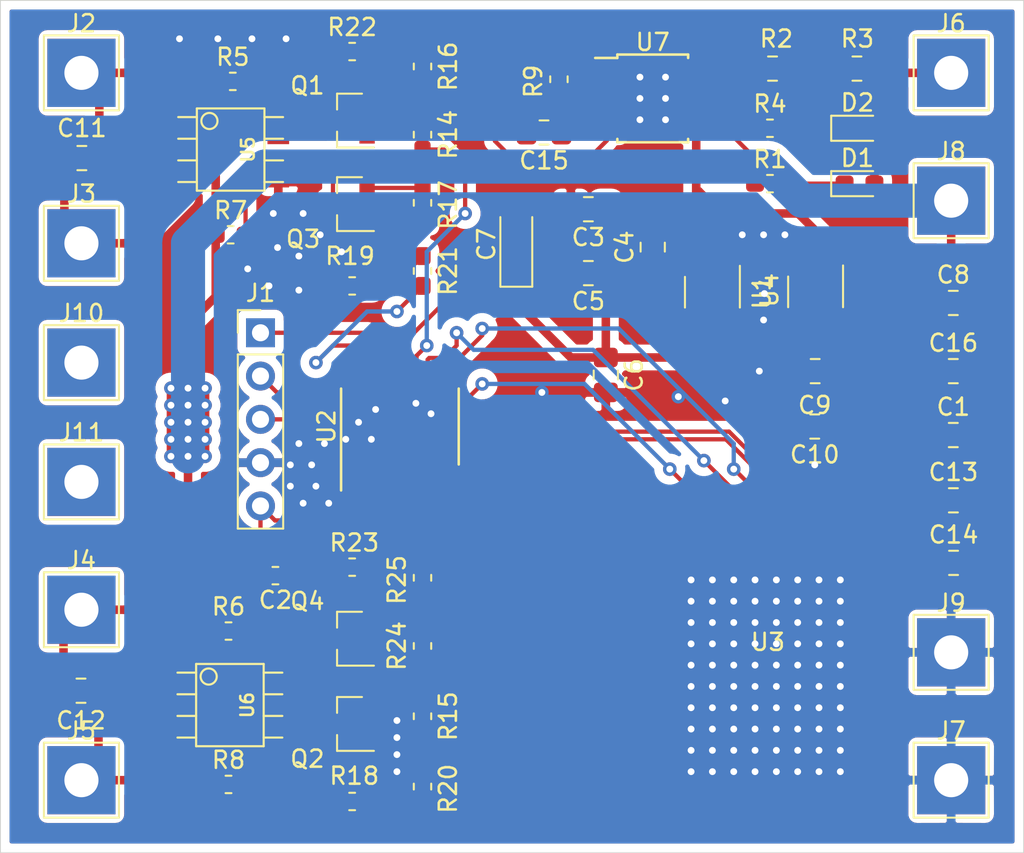
<source format=kicad_pcb>
(kicad_pcb (version 20171130) (host pcbnew 5.1.4)
  (layers (0 F.Cu signal) (31 B.Cu signal hide) (34 B.Paste user) (35 F.Paste user) (36 B.SilkS user) (37 F.SilkS user) (38 B.Mask user) (39 F.Mask user) (44 Edge.Cuts user))
  (net 0 "")
  (net 1 BAT+)
  (net 2 RST)
  (net 3 3v3mcu)
  (net 4 3v3radio)
  (net 5 "Net-(C11-Pad1)")
  (net 6 "Net-(D1-Pad1)")
  (net 7 "Net-(D2-Pad1)")
  (net 8 SWIO)
  (net 9 SWCLK)
  (net 10 "Net-(R1-Pad1)")
  (net 11 "Net-(R9-Pad1)")
  (net 12 FB_PWM)
  (net 13 FF_PWM)
  (net 14 TURN_LEFT)
  (net 15 TURN_RIGHT)
  (net 16 GND)
  (net 17 "Net-(D1-Pad2)")
  (net 18 NRF_CE)
  (net 19 NRF_CSN)
  (net 20 SPI_SCK)
  (net 21 SPI_MISO)
  (net 22 SPI_MOSI)
  (net 23 NRF_IRQ)
  (net 24 "Net-(C4-Pad1)")
  (net 25 "Net-(C9-Pad1)")
  (net 26 "Net-(C11-Pad2)")
  (net 27 "Net-(C12-Pad1)")
  (net 28 "Net-(C12-Pad2)")
  (net 29 "Net-(C15-Pad1)")
  (net 30 "Net-(R4-Pad1)")
  (net 31 "Net-(Q1-Pad3)")
  (net 32 "Net-(Q1-Pad2)")
  (net 33 "Net-(Q1-Pad1)")
  (net 34 "Net-(Q2-Pad1)")
  (net 35 "Net-(Q2-Pad2)")
  (net 36 "Net-(Q2-Pad3)")
  (net 37 "Net-(Q3-Pad1)")
  (net 38 "Net-(Q3-Pad2)")
  (net 39 "Net-(Q3-Pad3)")
  (net 40 "Net-(Q4-Pad3)")
  (net 41 "Net-(Q4-Pad2)")
  (net 42 "Net-(Q4-Pad1)")
  (module Package_TO_SOT_SMD:SOT-23-5_HandSoldering (layer F.Cu) (at 168.75 92.12 270)
    (fp_text reference U1 (at 0 -2.9 90) (layer F.SilkS))
    (fp_text value LP2985-3.3)
    (pad 1 smd rect (at -1.35 -0.95 270) (size 1.56 0.65) (layers F.Cu F.Paste F.Mask) (net 1 BAT+))
    (pad 2 smd rect (at -1.35 0 270) (size 1.56 0.65) (layers F.Cu F.Paste F.Mask) (net 16 GND))
    (pad 3 smd rect (at -1.35 0.95 270) (size 1.56 0.65) (layers F.Cu F.Paste F.Mask) (net 1 BAT+))
    (pad 4 smd rect (at 1.35 0.95 270) (size 1.56 0.65) (layers F.Cu F.Paste F.Mask) (net 24 "Net-(C4-Pad1)"))
    (pad 5 smd rect (at 1.35 -0.95 270) (size 1.56 0.65) (layers F.Cu F.Paste F.Mask) (net 3 3v3mcu))
  )
  (module Capacitor_SMD:C_0805_2012Metric_Pad1.15x1.40mm_HandSolder (layer F.Cu) (at 165.25 89.475 90)
    (fp_text reference C4 (at 0 -1.65 90) (layer F.SilkS))
    (fp_text value 0.01uf)
    (pad 2 smd roundrect (at 1.025 0 90) (size 1.15 1.4) (layers F.Cu F.Paste F.Mask) (roundrect_rratio 0.217391) (net 16 GND))
    (pad 1 smd roundrect (at -1.025 0 90) (size 1.15 1.4) (layers F.Cu F.Paste F.Mask) (roundrect_rratio 0.217391) (net 24 "Net-(C4-Pad1)"))
  )
  (module Capacitor_SMD:C_0805_2012Metric_Pad1.15x1.40mm_HandSolder (layer F.Cu) (at 162.5 96.975 270)
    (fp_text reference C6 (at 0 -1.65 90) (layer F.SilkS))
    (fp_text value 10uf)
    (pad 1 smd roundrect (at -1.025 0 270) (size 1.15 1.4) (layers F.Cu F.Paste F.Mask) (roundrect_rratio 0.217391) (net 3 3v3mcu))
    (pad 2 smd roundrect (at 1.025 0 270) (size 1.15 1.4) (layers F.Cu F.Paste F.Mask) (roundrect_rratio 0.217391) (net 16 GND))
  )
  (module Capacitor_SMD:C_0805_2012Metric_Pad1.15x1.40mm_HandSolder (layer F.Cu) (at 174.75 100 180)
    (fp_text reference C10 (at 0 -1.65) (layer F.SilkS))
    (fp_text value 10uf)
    (pad 2 smd roundrect (at 1.025 0 180) (size 1.15 1.4) (layers F.Cu F.Paste F.Mask) (roundrect_rratio 0.217391) (net 16 GND))
    (pad 1 smd roundrect (at -1.025 0 180) (size 1.15 1.4) (layers F.Cu F.Paste F.Mask) (roundrect_rratio 0.217391) (net 4 3v3radio))
  )
  (module Package_SO:TSSOP-20_4.4x6.5mm_P0.65mm (layer F.Cu) (at 150.425 100 90)
    (fp_text reference U2 (at 0 -4.3 90) (layer F.SilkS))
    (fp_text value STM32F030F4Px)
    (pad 1 smd rect (at -2.95 -2.925 90) (size 1.45 0.45) (layers F.Cu F.Paste F.Mask) (net 16 GND))
    (pad 2 smd rect (at -2.95 -2.275 90) (size 1.45 0.45) (layers F.Cu F.Paste F.Mask))
    (pad 3 smd rect (at -2.95 -1.625 90) (size 1.45 0.45) (layers F.Cu F.Paste F.Mask))
    (pad 4 smd rect (at -2.95 -0.975 90) (size 1.45 0.45) (layers F.Cu F.Paste F.Mask) (net 2 RST))
    (pad 5 smd rect (at -2.95 -0.325 90) (size 1.45 0.45) (layers F.Cu F.Paste F.Mask) (net 3 3v3mcu))
    (pad 6 smd rect (at -2.95 0.325 90) (size 1.45 0.45) (layers F.Cu F.Paste F.Mask) (net 18 NRF_CE))
    (pad 7 smd rect (at -2.95 0.975 90) (size 1.45 0.45) (layers F.Cu F.Paste F.Mask) (net 19 NRF_CSN))
    (pad 8 smd rect (at -2.95 1.625 90) (size 1.45 0.45) (layers F.Cu F.Paste F.Mask) (net 23 NRF_IRQ))
    (pad 9 smd rect (at -2.95 2.275 90) (size 1.45 0.45) (layers F.Cu F.Paste F.Mask) (net 15 TURN_RIGHT))
    (pad 10 smd rect (at -2.95 2.925 90) (size 1.45 0.45) (layers F.Cu F.Paste F.Mask) (net 14 TURN_LEFT))
    (pad 11 smd rect (at 2.95 2.925 90) (size 1.45 0.45) (layers F.Cu F.Paste F.Mask) (net 20 SPI_SCK))
    (pad 12 smd rect (at 2.95 2.275 90) (size 1.45 0.45) (layers F.Cu F.Paste F.Mask) (net 21 SPI_MISO))
    (pad 13 smd rect (at 2.95 1.625 90) (size 1.45 0.45) (layers F.Cu F.Paste F.Mask) (net 22 SPI_MOSI))
    (pad 14 smd rect (at 2.95 0.975 90) (size 1.45 0.45) (layers F.Cu F.Paste F.Mask) (net 13 FF_PWM))
    (pad 15 smd rect (at 2.95 0.325 90) (size 1.45 0.45) (layers F.Cu F.Paste F.Mask) (net 16 GND))
    (pad 16 smd rect (at 2.95 -0.325 90) (size 1.45 0.45) (layers F.Cu F.Paste F.Mask) (net 3 3v3mcu))
    (pad 17 smd rect (at 2.95 -0.975 90) (size 1.45 0.45) (layers F.Cu F.Paste F.Mask) (net 12 FB_PWM))
    (pad 18 smd rect (at 2.95 -1.625 90) (size 1.45 0.45) (layers F.Cu F.Paste F.Mask))
    (pad 19 smd rect (at 2.95 -2.275 90) (size 1.45 0.45) (layers F.Cu F.Paste F.Mask) (net 8 SWIO))
    (pad 20 smd rect (at 2.95 -2.925 90) (size 1.45 0.45) (layers F.Cu F.Paste F.Mask) (net 9 SWCLK))
  )
  (module lib:L9110 (layer F.Cu) (at 140.5 83.75 270)
    (fp_text reference U5 (at 0 -1.016 90) (layer F.SilkS) (effects (font (size 0.7493 0.7493) (thickness 0.14986))))
    (fp_text value L9110)
    (pad 1 smd rect (at -1.905 2.794 270) (size 0.635 1.27) (layers F.Cu F.Paste F.Mask) (net 5 "Net-(C11-Pad1)"))
    (pad 2 smd rect (at -0.635 2.794 270) (size 0.635 1.27) (layers F.Cu F.Paste F.Mask) (net 1 BAT+))
    (pad 3 smd rect (at 0.635 2.794 270) (size 0.635 1.27) (layers F.Cu F.Paste F.Mask) (net 1 BAT+))
    (pad 4 smd rect (at 1.905 2.794 270) (size 0.635 1.27) (layers F.Cu F.Paste F.Mask) (net 26 "Net-(C11-Pad2)"))
    (pad 5 smd rect (at 1.905 -2.794 270) (size 0.635 1.27) (layers F.Cu F.Paste F.Mask) (net 16 GND))
    (pad 6 smd rect (at 0.635 -2.794 270) (size 0.635 1.27) (layers F.Cu F.Paste F.Mask) (net 39 "Net-(Q3-Pad3)"))
    (pad 7 smd rect (at -0.635 -2.794 270) (size 0.635 1.27) (layers F.Cu F.Paste F.Mask) (net 31 "Net-(Q1-Pad3)"))
    (pad 8 smd rect (at -1.905 -2.794 270) (size 0.635 1.27) (layers F.Cu F.Paste F.Mask) (net 16 GND))
  )
  (module Capacitor_SMD:C_0603_1608Metric_Pad1.05x0.95mm_HandSolder (layer F.Cu) (at 143.125 108.75 180)
    (fp_text reference C2 (at 0 -1.43) (layer F.SilkS))
    (fp_text value 0.1uf)
    (pad 2 smd roundrect (at 0.875 0 180) (size 1.05 0.95) (layers F.Cu F.Paste F.Mask) (net 2 RST))
    (pad 1 smd roundrect (at -0.875 0 180) (size 1.05 0.95) (layers F.Cu F.Paste F.Mask) (net 16 GND))
  )
  (module Capacitor_Tantalum_SMD:CP_EIA-3216-18_Kemet-A_Pad1.58x1.35mm_HandSolder (layer F.Cu) (at 157.25 89.3125 90)
    (fp_text reference C7 (at 0 -1.75 90) (layer F.SilkS))
    (fp_text value 10uf)
    (pad 1 smd roundrect (at -1.4375 0 90) (size 1.575 1.35) (layers F.Cu F.Paste F.Mask) (roundrect_rratio 0.185185) (net 3 3v3mcu))
    (pad 2 smd roundrect (at 1.4375 0 90) (size 1.575 1.35) (layers F.Cu F.Paste F.Mask) (roundrect_rratio 0.185185) (net 16 GND))
  )
  (module LED_SMD:LED_0603_1608Metric_Pad1.05x0.95mm_HandSolder (layer F.Cu) (at 177.375 85.75)
    (fp_text reference D1 (at -0.125 -1.5) (layer F.SilkS))
    (fp_text value LED)
    (pad 1 smd roundrect (at -0.875 0) (size 1.05 0.95) (layers F.Cu F.Paste F.Mask) (net 6 "Net-(D1-Pad1)"))
    (pad 2 smd roundrect (at 0.875 0) (size 1.05 0.95) (layers F.Cu F.Paste F.Mask) (net 17 "Net-(D1-Pad2)"))
  )
  (module LED_SMD:LED_0603_1608Metric_Pad1.05x0.95mm_HandSolder (layer F.Cu) (at 177.375 82.5)
    (fp_text reference D2 (at -0.125 -1.5) (layer F.SilkS))
    (fp_text value LED)
    (pad 2 smd roundrect (at 0.875 0) (size 1.05 0.95) (layers F.Cu F.Paste F.Mask) (net 17 "Net-(D1-Pad2)"))
    (pad 1 smd roundrect (at -0.875 0) (size 1.05 0.95) (layers F.Cu F.Paste F.Mask) (net 7 "Net-(D2-Pad1)"))
  )
  (module Connector_PinHeader_2.54mm:PinHeader_1x05_P2.54mm_Vertical (layer F.Cu) (at 142.25 94.5)
    (fp_text reference J1 (at 0 -2.33) (layer F.SilkS))
    (fp_text value Conn_01x05_Male)
    (pad 1 thru_hole rect (at 0 0) (size 1.7 1.7) (drill 1) (layers *.Cu *.Mask) (net 3 3v3mcu))
    (pad 2 thru_hole oval (at 0 2.54) (size 1.7 1.7) (drill 1) (layers *.Cu *.Mask) (net 9 SWCLK))
    (pad 3 thru_hole oval (at 0 5.08) (size 1.7 1.7) (drill 1) (layers *.Cu *.Mask) (net 8 SWIO))
    (pad 4 thru_hole oval (at 0 7.62) (size 1.7 1.7) (drill 1) (layers *.Cu *.Mask) (net 16 GND))
    (pad 5 thru_hole oval (at 0 10.16) (size 1.7 1.7) (drill 1) (layers *.Cu *.Mask) (net 2 RST))
  )
  (module Resistor_SMD:R_0603_1608Metric_Pad1.05x0.95mm_HandSolder (layer F.Cu) (at 172.125 85.75)
    (fp_text reference R1 (at 0 -1.43) (layer F.SilkS))
    (fp_text value 1k)
    (pad 2 smd roundrect (at 0.875 0) (size 1.05 0.95) (layers F.Cu F.Paste F.Mask) (net 6 "Net-(D1-Pad1)"))
    (pad 1 smd roundrect (at -0.875 0) (size 1.05 0.95) (layers F.Cu F.Paste F.Mask) (net 10 "Net-(R1-Pad1)"))
  )
  (module Resistor_SMD:R_0603_1608Metric_Pad1.05x0.95mm_HandSolder (layer F.Cu) (at 172.125 82.5)
    (fp_text reference R4 (at 0 -1.43) (layer F.SilkS))
    (fp_text value 1k)
    (pad 1 smd roundrect (at -0.875 0) (size 1.05 0.95) (layers F.Cu F.Paste F.Mask) (net 30 "Net-(R4-Pad1)"))
    (pad 2 smd roundrect (at 0.875 0) (size 1.05 0.95) (layers F.Cu F.Paste F.Mask) (net 7 "Net-(D2-Pad1)"))
  )
  (module Resistor_SMD:R_0805_2012Metric_Pad1.15x1.40mm_HandSolder (layer F.Cu) (at 172.275 79 180)
    (fp_text reference R2 (at -0.225 1.75) (layer F.SilkS))
    (fp_text value 1)
    (pad 2 smd roundrect (at 1.025 0 180) (size 1.15 1.4) (layers F.Cu F.Paste F.Mask) (roundrect_rratio 0.217391) (net 29 "Net-(C15-Pad1)"))
    (pad 1 smd roundrect (at -1.025 0 180) (size 1.15 1.4) (layers F.Cu F.Paste F.Mask) (roundrect_rratio 0.217391) (net 17 "Net-(D1-Pad2)"))
  )
  (module Resistor_SMD:R_0805_2012Metric_Pad1.15x1.40mm_HandSolder (layer F.Cu) (at 177.225 79 180)
    (fp_text reference R3 (at -0.025 1.75) (layer F.SilkS))
    (fp_text value 1)
    (pad 1 smd roundrect (at -1.025 0 180) (size 1.15 1.4) (layers F.Cu F.Paste F.Mask) (roundrect_rratio 0.217391) (net 17 "Net-(D1-Pad2)"))
    (pad 2 smd roundrect (at 1.025 0 180) (size 1.15 1.4) (layers F.Cu F.Paste F.Mask) (roundrect_rratio 0.217391) (net 29 "Net-(C15-Pad1)"))
  )
  (module Resistor_SMD:R_0603_1608Metric_Pad1.05x0.95mm_HandSolder (layer F.Cu) (at 159.75 79.625 270)
    (fp_text reference R9 (at 0.125 1.5 90) (layer F.SilkS))
    (fp_text value 1.2k)
    (pad 2 smd roundrect (at 0.875 0 270) (size 1.05 0.95) (layers F.Cu F.Paste F.Mask) (net 16 GND))
    (pad 1 smd roundrect (at -0.875 0 270) (size 1.05 0.95) (layers F.Cu F.Paste F.Mask) (net 11 "Net-(R9-Pad1)"))
  )
  (module Resistor_SMD:R_0603_1608Metric_Pad1.05x0.95mm_HandSolder (layer F.Cu) (at 140.625 79.75)
    (fp_text reference R5 (at 0 -1.43) (layer F.SilkS))
    (fp_text value 10k)
    (pad 2 smd roundrect (at 0.875 0) (size 1.05 0.95) (layers F.Cu F.Paste F.Mask) (net 31 "Net-(Q1-Pad3)"))
    (pad 1 smd roundrect (at -0.875 0) (size 1.05 0.95) (layers F.Cu F.Paste F.Mask) (net 1 BAT+))
  )
  (module Resistor_SMD:R_0603_1608Metric_Pad1.05x0.95mm_HandSolder (layer F.Cu) (at 140.5 88.75)
    (fp_text reference R7 (at 0 -1.43) (layer F.SilkS))
    (fp_text value 10k)
    (pad 1 smd roundrect (at -0.875 0) (size 1.05 0.95) (layers F.Cu F.Paste F.Mask) (net 1 BAT+))
    (pad 2 smd roundrect (at 0.875 0) (size 1.05 0.95) (layers F.Cu F.Paste F.Mask) (net 39 "Net-(Q3-Pad3)"))
  )
  (module Resistor_SMD:R_0603_1608Metric_Pad1.05x0.95mm_HandSolder (layer F.Cu) (at 140.375 112)
    (fp_text reference R6 (at 0 -1.43) (layer F.SilkS))
    (fp_text value 10k)
    (pad 1 smd roundrect (at -0.875 0) (size 1.05 0.95) (layers F.Cu F.Paste F.Mask) (net 1 BAT+))
    (pad 2 smd roundrect (at 0.875 0) (size 1.05 0.95) (layers F.Cu F.Paste F.Mask) (net 40 "Net-(Q4-Pad3)"))
  )
  (module Resistor_SMD:R_0603_1608Metric_Pad1.05x0.95mm_HandSolder (layer F.Cu) (at 140.375 121)
    (fp_text reference R8 (at 0 -1.43) (layer F.SilkS))
    (fp_text value 10k)
    (pad 1 smd roundrect (at -0.875 0) (size 1.05 0.95) (layers F.Cu F.Paste F.Mask) (net 1 BAT+))
    (pad 2 smd roundrect (at 0.875 0) (size 1.05 0.95) (layers F.Cu F.Paste F.Mask) (net 36 "Net-(Q2-Pad3)"))
  )
  (module Package_TO_SOT_SMD:SOT-23-5_HandSoldering (layer F.Cu) (at 174.8 92.1 270)
    (fp_text reference U4 (at -0.1 2.7 90) (layer F.SilkS))
    (fp_text value LP2985-3.3)
    (pad 5 smd rect (at 1.35 -0.95 270) (size 1.56 0.65) (layers F.Cu F.Paste F.Mask) (net 4 3v3radio))
    (pad 4 smd rect (at 1.35 0.95 270) (size 1.56 0.65) (layers F.Cu F.Paste F.Mask) (net 25 "Net-(C9-Pad1)"))
    (pad 3 smd rect (at -1.35 0.95 270) (size 1.56 0.65) (layers F.Cu F.Paste F.Mask) (net 1 BAT+))
    (pad 2 smd rect (at -1.35 0 270) (size 1.56 0.65) (layers F.Cu F.Paste F.Mask) (net 16 GND))
    (pad 1 smd rect (at -1.35 -0.95 270) (size 1.56 0.65) (layers F.Cu F.Paste F.Mask) (net 1 BAT+))
  )
  (module lib:TP4056_SOP-8-PP (layer F.Cu) (at 165.25 80.75)
    (fp_text reference U7 (at 0 -3.3) (layer F.SilkS))
    (fp_text value TP4056)
    (pad 1 smd rect (at -2.7 -1.905) (size 1.5 0.65) (layers F.Cu F.Paste F.Mask) (net 16 GND))
    (pad 2 smd rect (at -2.7 -0.635) (size 1.5 0.65) (layers F.Cu F.Paste F.Mask) (net 11 "Net-(R9-Pad1)"))
    (pad 3 smd rect (at -2.7 0.635) (size 1.5 0.65) (layers F.Cu F.Paste F.Mask) (net 16 GND))
    (pad 4 smd rect (at -2.7 1.905) (size 1.5 0.65) (layers F.Cu F.Paste F.Mask) (net 29 "Net-(C15-Pad1)"))
    (pad 5 smd rect (at 2.7 1.905) (size 1.5 0.65) (layers F.Cu F.Paste F.Mask) (net 1 BAT+))
    (pad 6 smd rect (at 2.7 0.635) (size 1.5 0.65) (layers F.Cu F.Paste F.Mask) (net 10 "Net-(R1-Pad1)"))
    (pad 7 smd rect (at 2.7 -0.635) (size 1.5 0.65) (layers F.Cu F.Paste F.Mask) (net 30 "Net-(R4-Pad1)"))
    (pad 8 smd rect (at 2.7 -1.905) (size 1.5 0.65) (layers F.Cu F.Paste F.Mask) (net 29 "Net-(C15-Pad1)"))
    (pad 9 smd rect (at 0 0) (size 2.7 3.6) (layers F.Cu F.Paste F.Mask) (net 16 GND))
  )
  (module lib:L9110 (layer F.Cu) (at 140.456 116.345 270)
    (fp_text reference U6 (at 0 -1.016 90) (layer F.SilkS) (effects (font (size 0.7493 0.7493) (thickness 0.14986))))
    (fp_text value L9110)
    (pad 8 smd rect (at -1.905 -2.794 270) (size 0.635 1.27) (layers F.Cu F.Paste F.Mask) (net 16 GND))
    (pad 7 smd rect (at -0.635 -2.794 270) (size 0.635 1.27) (layers F.Cu F.Paste F.Mask) (net 40 "Net-(Q4-Pad3)"))
    (pad 6 smd rect (at 0.635 -2.794 270) (size 0.635 1.27) (layers F.Cu F.Paste F.Mask) (net 36 "Net-(Q2-Pad3)"))
    (pad 5 smd rect (at 1.905 -2.794 270) (size 0.635 1.27) (layers F.Cu F.Paste F.Mask) (net 16 GND))
    (pad 4 smd rect (at 1.905 2.794 270) (size 0.635 1.27) (layers F.Cu F.Paste F.Mask) (net 28 "Net-(C12-Pad2)"))
    (pad 3 smd rect (at 0.635 2.794 270) (size 0.635 1.27) (layers F.Cu F.Paste F.Mask) (net 1 BAT+))
    (pad 2 smd rect (at -0.635 2.794 270) (size 0.635 1.27) (layers F.Cu F.Paste F.Mask) (net 1 BAT+))
    (pad 1 smd rect (at -1.905 2.794 270) (size 0.635 1.27) (layers F.Cu F.Paste F.Mask) (net 27 "Net-(C12-Pad1)"))
  )
  (module lib:NRF24L01-SMD (layer F.Cu) (at 172 113.75 180)
    (fp_text reference U3 (at 0 1.1) (layer F.SilkS))
    (fp_text value NRF24L01_Breakout)
    (pad 8 smd rect (at 4.49 8.7 180) (size 1 2) (layers F.Cu F.Paste F.Mask) (net 23 NRF_IRQ))
    (pad 7 smd rect (at 3.22 8.7 180) (size 1 2) (layers F.Cu F.Paste F.Mask) (net 21 SPI_MISO))
    (pad 6 smd rect (at 1.95 8.7 180) (size 1 2) (layers F.Cu F.Paste F.Mask) (net 22 SPI_MOSI))
    (pad 5 smd rect (at 0.68 8.7 180) (size 1 2) (layers F.Cu F.Paste F.Mask) (net 20 SPI_SCK))
    (pad 4 smd rect (at -0.59 8.7 180) (size 1 2) (layers F.Cu F.Paste F.Mask) (net 19 NRF_CSN))
    (pad 3 smd rect (at -1.86 8.7 180) (size 1 2) (layers F.Cu F.Paste F.Mask) (net 18 NRF_CE))
    (pad 1 smd rect (at -3.13 8.7 180) (size 1 2) (layers F.Cu F.Paste F.Mask) (net 16 GND))
    (pad 2 smd rect (at -4.4 8.7 180) (size 1 2) (layers F.Cu F.Paste F.Mask) (net 4 3v3radio))
  )
  (module Capacitor_SMD:C_0805_2012Metric_Pad1.15x1.40mm_HandSolder (layer F.Cu) (at 182.875 100.5)
    (fp_text reference C1 (at 0 -1.65) (layer F.SilkS))
    (fp_text value 10uf)
    (pad 2 smd roundrect (at 1.025 0) (size 1.15 1.4) (layers F.Cu F.Paste F.Mask) (roundrect_rratio 0.217391) (net 16 GND))
    (pad 1 smd roundrect (at -1.025 0) (size 1.15 1.4) (layers F.Cu F.Paste F.Mask) (roundrect_rratio 0.217391) (net 1 BAT+))
  )
  (module Capacitor_SMD:C_0805_2012Metric_Pad1.15x1.40mm_HandSolder (layer F.Cu) (at 161.475 87.25 180)
    (fp_text reference C3 (at 0 -1.65) (layer F.SilkS))
    (fp_text value 0.1uf)
    (pad 2 smd roundrect (at 1.025 0 180) (size 1.15 1.4) (layers F.Cu F.Paste F.Mask) (roundrect_rratio 0.217391) (net 16 GND))
    (pad 1 smd roundrect (at -1.025 0 180) (size 1.15 1.4) (layers F.Cu F.Paste F.Mask) (roundrect_rratio 0.217391) (net 3 3v3mcu))
  )
  (module Capacitor_SMD:C_0805_2012Metric_Pad1.15x1.40mm_HandSolder (layer F.Cu) (at 161.475 91 180)
    (fp_text reference C5 (at 0 -1.65) (layer F.SilkS))
    (fp_text value 0.1uf)
    (pad 1 smd roundrect (at -1.025 0 180) (size 1.15 1.4) (layers F.Cu F.Paste F.Mask) (roundrect_rratio 0.217391) (net 3 3v3mcu))
    (pad 2 smd roundrect (at 1.025 0 180) (size 1.15 1.4) (layers F.Cu F.Paste F.Mask) (roundrect_rratio 0.217391) (net 16 GND))
  )
  (module Capacitor_SMD:C_0805_2012Metric_Pad1.15x1.40mm_HandSolder (layer F.Cu) (at 182.875 92.75)
    (fp_text reference C8 (at 0 -1.65) (layer F.SilkS))
    (fp_text value 10uf)
    (pad 1 smd roundrect (at -1.025 0) (size 1.15 1.4) (layers F.Cu F.Paste F.Mask) (roundrect_rratio 0.217391) (net 1 BAT+))
    (pad 2 smd roundrect (at 1.025 0) (size 1.15 1.4) (layers F.Cu F.Paste F.Mask) (roundrect_rratio 0.217391) (net 16 GND))
  )
  (module Capacitor_SMD:C_0805_2012Metric_Pad1.15x1.40mm_HandSolder (layer F.Cu) (at 174.775 96.75)
    (fp_text reference C9 (at -0.025 2) (layer F.SilkS))
    (fp_text value 0.01uf)
    (pad 2 smd roundrect (at 1.025 0) (size 1.15 1.4) (layers F.Cu F.Paste F.Mask) (roundrect_rratio 0.217391) (net 16 GND))
    (pad 1 smd roundrect (at -1.025 0) (size 1.15 1.4) (layers F.Cu F.Paste F.Mask) (roundrect_rratio 0.217391) (net 25 "Net-(C9-Pad1)"))
  )
  (module Capacitor_SMD:C_0805_2012Metric_Pad1.15x1.40mm_HandSolder (layer F.Cu) (at 131.775 84.25 180)
    (fp_text reference C11 (at 0 1.75) (layer F.SilkS))
    (fp_text value 0.1uf hide)
    (pad 1 smd roundrect (at -1.025 0 180) (size 1.15 1.4) (layers F.Cu F.Paste F.Mask) (roundrect_rratio 0.217391) (net 5 "Net-(C11-Pad1)"))
    (pad 2 smd roundrect (at 1.025 0 180) (size 1.15 1.4) (layers F.Cu F.Paste F.Mask) (roundrect_rratio 0.217391) (net 26 "Net-(C11-Pad2)"))
  )
  (module Capacitor_SMD:C_0805_2012Metric_Pad1.15x1.40mm_HandSolder (layer F.Cu) (at 131.725 115.5)
    (fp_text reference C12 (at 0 1.75) (layer F.SilkS))
    (fp_text value 0.1uf hide)
    (pad 1 smd roundrect (at -1.025 0) (size 1.15 1.4) (layers F.Cu F.Paste F.Mask) (roundrect_rratio 0.217391) (net 27 "Net-(C12-Pad1)"))
    (pad 2 smd roundrect (at 1.025 0) (size 1.15 1.4) (layers F.Cu F.Paste F.Mask) (roundrect_rratio 0.217391) (net 28 "Net-(C12-Pad2)"))
  )
  (module Capacitor_SMD:C_0805_2012Metric_Pad1.15x1.40mm_HandSolder (layer F.Cu) (at 182.88 104.33)
    (fp_text reference C13 (at 0 -1.65) (layer F.SilkS))
    (fp_text value 10uf)
    (pad 1 smd roundrect (at -1.025 0) (size 1.15 1.4) (layers F.Cu F.Paste F.Mask) (roundrect_rratio 0.217391) (net 1 BAT+))
    (pad 2 smd roundrect (at 1.025 0) (size 1.15 1.4) (layers F.Cu F.Paste F.Mask) (roundrect_rratio 0.217391) (net 16 GND))
  )
  (module Capacitor_SMD:C_0805_2012Metric_Pad1.15x1.40mm_HandSolder (layer F.Cu) (at 182.89 108)
    (fp_text reference C14 (at 0 -1.65) (layer F.SilkS))
    (fp_text value 0.1uf)
    (pad 2 smd roundrect (at 1.025 0) (size 1.15 1.4) (layers F.Cu F.Paste F.Mask) (roundrect_rratio 0.217391) (net 16 GND))
    (pad 1 smd roundrect (at -1.025 0) (size 1.15 1.4) (layers F.Cu F.Paste F.Mask) (roundrect_rratio 0.217391) (net 1 BAT+))
  )
  (module Capacitor_SMD:C_0805_2012Metric_Pad1.15x1.40mm_HandSolder (layer F.Cu) (at 158.875 82.75 180)
    (fp_text reference C15 (at 0 -1.65) (layer F.SilkS))
    (fp_text value 10uf)
    (pad 2 smd roundrect (at 1.025 0 180) (size 1.15 1.4) (layers F.Cu F.Paste F.Mask) (roundrect_rratio 0.217391) (net 16 GND))
    (pad 1 smd roundrect (at -1.025 0 180) (size 1.15 1.4) (layers F.Cu F.Paste F.Mask) (roundrect_rratio 0.217391) (net 29 "Net-(C15-Pad1)"))
  )
  (module Capacitor_SMD:C_0805_2012Metric_Pad1.15x1.40mm_HandSolder (layer F.Cu) (at 182.875 96.75)
    (fp_text reference C16 (at 0 -1.65) (layer F.SilkS))
    (fp_text value 10uf)
    (pad 2 smd roundrect (at 1.025 0) (size 1.15 1.4) (layers F.Cu F.Paste F.Mask) (roundrect_rratio 0.217391) (net 16 GND))
    (pad 1 smd roundrect (at -1.025 0) (size 1.15 1.4) (layers F.Cu F.Paste F.Mask) (roundrect_rratio 0.217391) (net 1 BAT+))
  )
  (module Package_TO_SOT_SMD:SOT-23 (layer F.Cu) (at 147.5 82.05 180)
    (fp_text reference Q1 (at 2.5 2.05) (layer F.SilkS))
    (fp_text value MMBT3904)
    (pad 3 smd rect (at 1 0 180) (size 0.9 0.8) (layers F.Cu F.Paste F.Mask) (net 31 "Net-(Q1-Pad3)"))
    (pad 2 smd rect (at -1 0.95 180) (size 0.9 0.8) (layers F.Cu F.Paste F.Mask) (net 32 "Net-(Q1-Pad2)"))
    (pad 1 smd rect (at -1 -0.95 180) (size 0.9 0.8) (layers F.Cu F.Paste F.Mask) (net 33 "Net-(Q1-Pad1)"))
  )
  (module Package_TO_SOT_SMD:SOT-23 (layer F.Cu) (at 147.5 117.45 180)
    (fp_text reference Q2 (at 2.5 -2.05) (layer F.SilkS))
    (fp_text value MMBT3904)
    (pad 1 smd rect (at -1 -0.95 180) (size 0.9 0.8) (layers F.Cu F.Paste F.Mask) (net 34 "Net-(Q2-Pad1)"))
    (pad 2 smd rect (at -1 0.95 180) (size 0.9 0.8) (layers F.Cu F.Paste F.Mask) (net 35 "Net-(Q2-Pad2)"))
    (pad 3 smd rect (at 1 0 180) (size 0.9 0.8) (layers F.Cu F.Paste F.Mask) (net 36 "Net-(Q2-Pad3)"))
  )
  (module Package_TO_SOT_SMD:SOT-23 (layer F.Cu) (at 147.5 86.95 180)
    (fp_text reference Q3 (at 2.75 -2.05) (layer F.SilkS))
    (fp_text value MMBT3904)
    (pad 1 smd rect (at -1 -0.95 180) (size 0.9 0.8) (layers F.Cu F.Paste F.Mask) (net 37 "Net-(Q3-Pad1)"))
    (pad 2 smd rect (at -1 0.95 180) (size 0.9 0.8) (layers F.Cu F.Paste F.Mask) (net 38 "Net-(Q3-Pad2)"))
    (pad 3 smd rect (at 1 0 180) (size 0.9 0.8) (layers F.Cu F.Paste F.Mask) (net 39 "Net-(Q3-Pad3)"))
  )
  (module Package_TO_SOT_SMD:SOT-23 (layer F.Cu) (at 147.5 112.45 180)
    (fp_text reference Q4 (at 2.5 2.2) (layer F.SilkS))
    (fp_text value MMBT3904)
    (pad 3 smd rect (at 1 0 180) (size 0.9 0.8) (layers F.Cu F.Paste F.Mask) (net 40 "Net-(Q4-Pad3)"))
    (pad 2 smd rect (at -1 0.95 180) (size 0.9 0.8) (layers F.Cu F.Paste F.Mask) (net 41 "Net-(Q4-Pad2)"))
    (pad 1 smd rect (at -1 -0.95 180) (size 0.9 0.8) (layers F.Cu F.Paste F.Mask) (net 42 "Net-(Q4-Pad1)"))
  )
  (module Resistor_SMD:R_0603_1608Metric_Pad1.05x0.95mm_HandSolder (layer F.Cu) (at 151.75 82.875 270)
    (fp_text reference R14 (at 0 -1.5 90) (layer F.SilkS))
    (fp_text value 1k)
    (pad 1 smd roundrect (at -0.875 0 270) (size 1.05 0.95) (layers F.Cu F.Paste F.Mask) (net 33 "Net-(Q1-Pad1)"))
    (pad 2 smd roundrect (at 0.875 0 270) (size 1.05 0.95) (layers F.Cu F.Paste F.Mask) (net 13 FF_PWM))
  )
  (module Resistor_SMD:R_0603_1608Metric_Pad1.05x0.95mm_HandSolder (layer F.Cu) (at 151.75 117 90)
    (fp_text reference R15 (at 0 1.5 90) (layer F.SilkS))
    (fp_text value 100)
    (pad 2 smd roundrect (at 0.875 0 90) (size 1.05 0.95) (layers F.Cu F.Paste F.Mask) (net 35 "Net-(Q2-Pad2)"))
    (pad 1 smd roundrect (at -0.875 0 90) (size 1.05 0.95) (layers F.Cu F.Paste F.Mask) (net 16 GND))
  )
  (module Resistor_SMD:R_0603_1608Metric_Pad1.05x0.95mm_HandSolder (layer F.Cu) (at 151.75 78.875 90)
    (fp_text reference R16 (at 0 1.5 90) (layer F.SilkS))
    (fp_text value 10k)
    (pad 2 smd roundrect (at 0.875 0 90) (size 1.05 0.95) (layers F.Cu F.Paste F.Mask) (net 16 GND))
    (pad 1 smd roundrect (at -0.875 0 90) (size 1.05 0.95) (layers F.Cu F.Paste F.Mask) (net 33 "Net-(Q1-Pad1)"))
  )
  (module Resistor_SMD:R_0603_1608Metric_Pad1.05x0.95mm_HandSolder (layer F.Cu) (at 151.75 86.875 90)
    (fp_text reference R17 (at -0.125 1.5 90) (layer F.SilkS))
    (fp_text value 100)
    (pad 1 smd roundrect (at -0.875 0 90) (size 1.05 0.95) (layers F.Cu F.Paste F.Mask) (net 16 GND))
    (pad 2 smd roundrect (at 0.875 0 90) (size 1.05 0.95) (layers F.Cu F.Paste F.Mask) (net 38 "Net-(Q3-Pad2)"))
  )
  (module Resistor_SMD:R_0603_1608Metric_Pad1.05x0.95mm_HandSolder (layer F.Cu) (at 147.625 122 180)
    (fp_text reference R18 (at -0.125 1.5) (layer F.SilkS))
    (fp_text value 10k)
    (pad 1 smd roundrect (at -0.875 0 180) (size 1.05 0.95) (layers F.Cu F.Paste F.Mask) (net 34 "Net-(Q2-Pad1)"))
    (pad 2 smd roundrect (at 0.875 0 180) (size 1.05 0.95) (layers F.Cu F.Paste F.Mask) (net 16 GND))
  )
  (module Resistor_SMD:R_0603_1608Metric_Pad1.05x0.95mm_HandSolder (layer F.Cu) (at 147.625 91.75 180)
    (fp_text reference R19 (at 0.125 1.75) (layer F.SilkS))
    (fp_text value 10k)
    (pad 1 smd roundrect (at -0.875 0 180) (size 1.05 0.95) (layers F.Cu F.Paste F.Mask) (net 37 "Net-(Q3-Pad1)"))
    (pad 2 smd roundrect (at 0.875 0 180) (size 1.05 0.95) (layers F.Cu F.Paste F.Mask) (net 16 GND))
  )
  (module Resistor_SMD:R_0603_1608Metric_Pad1.05x0.95mm_HandSolder (layer F.Cu) (at 151.75 121.125 90)
    (fp_text reference R20 (at -0.125 1.5 90) (layer F.SilkS))
    (fp_text value 1k)
    (pad 2 smd roundrect (at 0.875 0 90) (size 1.05 0.95) (layers F.Cu F.Paste F.Mask) (net 14 TURN_LEFT))
    (pad 1 smd roundrect (at -0.875 0 90) (size 1.05 0.95) (layers F.Cu F.Paste F.Mask) (net 34 "Net-(Q2-Pad1)"))
  )
  (module Resistor_SMD:R_0603_1608Metric_Pad1.05x0.95mm_HandSolder (layer F.Cu) (at 151.75 90.875 270)
    (fp_text reference R21 (at 0 -1.5 90) (layer F.SilkS))
    (fp_text value 1k)
    (pad 2 smd roundrect (at 0.875 0 270) (size 1.05 0.95) (layers F.Cu F.Paste F.Mask) (net 12 FB_PWM))
    (pad 1 smd roundrect (at -0.875 0 270) (size 1.05 0.95) (layers F.Cu F.Paste F.Mask) (net 37 "Net-(Q3-Pad1)"))
  )
  (module Resistor_SMD:R_0603_1608Metric_Pad1.05x0.95mm_HandSolder (layer F.Cu) (at 147.625 78)
    (fp_text reference R22 (at 0 -1.43) (layer F.SilkS))
    (fp_text value 100)
    (pad 1 smd roundrect (at -0.875 0) (size 1.05 0.95) (layers F.Cu F.Paste F.Mask) (net 16 GND))
    (pad 2 smd roundrect (at 0.875 0) (size 1.05 0.95) (layers F.Cu F.Paste F.Mask) (net 32 "Net-(Q1-Pad2)"))
  )
  (module Resistor_SMD:R_0603_1608Metric_Pad1.05x0.95mm_HandSolder (layer F.Cu) (at 147.625 108.25)
    (fp_text reference R23 (at 0.125 -1.43) (layer F.SilkS))
    (fp_text value 100)
    (pad 2 smd roundrect (at 0.875 0) (size 1.05 0.95) (layers F.Cu F.Paste F.Mask) (net 41 "Net-(Q4-Pad2)"))
    (pad 1 smd roundrect (at -0.875 0) (size 1.05 0.95) (layers F.Cu F.Paste F.Mask) (net 16 GND))
  )
  (module Resistor_SMD:R_0603_1608Metric_Pad1.05x0.95mm_HandSolder (layer F.Cu) (at 151.75 112.875 270)
    (fp_text reference R24 (at 0 1.5 90) (layer F.SilkS))
    (fp_text value 10k)
    (pad 1 smd roundrect (at -0.875 0 270) (size 1.05 0.95) (layers F.Cu F.Paste F.Mask) (net 42 "Net-(Q4-Pad1)"))
    (pad 2 smd roundrect (at 0.875 0 270) (size 1.05 0.95) (layers F.Cu F.Paste F.Mask) (net 16 GND))
  )
  (module Resistor_SMD:R_0603_1608Metric_Pad1.05x0.95mm_HandSolder (layer F.Cu) (at 151.75 108.875 90)
    (fp_text reference R25 (at -0.125 -1.5 90) (layer F.SilkS))
    (fp_text value 1k)
    (pad 2 smd roundrect (at 0.875 0 90) (size 1.05 0.95) (layers F.Cu F.Paste F.Mask) (net 15 TURN_RIGHT))
    (pad 1 smd roundrect (at -0.875 0 90) (size 1.05 0.95) (layers F.Cu F.Paste F.Mask) (net 42 "Net-(Q4-Pad1)"))
  )
  (module TestPoint:TestPoint_THTPad_4.0x4.0mm_Drill2.0mm (layer F.Cu) (at 131.75 79.25)
    (fp_text reference J2 (at 0 -2.898) (layer F.SilkS))
    (fp_text value M1+)
    (pad 1 thru_hole rect (at 0 0) (size 4 4) (drill 2) (layers *.Cu *.Mask) (net 5 "Net-(C11-Pad1)"))
  )
  (module TestPoint:TestPoint_THTPad_4.0x4.0mm_Drill2.0mm (layer F.Cu) (at 131.75 89.25)
    (fp_text reference J3 (at 0 -2.898) (layer F.SilkS))
    (fp_text value M1-)
    (pad 1 thru_hole rect (at 0 0) (size 4 4) (drill 2) (layers *.Cu *.Mask) (net 26 "Net-(C11-Pad2)"))
  )
  (module TestPoint:TestPoint_THTPad_4.0x4.0mm_Drill2.0mm (layer F.Cu) (at 131.75 110.75)
    (fp_text reference J4 (at 0 -2.898) (layer F.SilkS))
    (fp_text value M2+)
    (pad 1 thru_hole rect (at 0 0) (size 4 4) (drill 2) (layers *.Cu *.Mask) (net 27 "Net-(C12-Pad1)"))
  )
  (module TestPoint:TestPoint_THTPad_4.0x4.0mm_Drill2.0mm (layer F.Cu) (at 131.75 120.75)
    (fp_text reference J5 (at 0 -2.898) (layer F.SilkS))
    (fp_text value M2-)
    (pad 1 thru_hole rect (at 0 0) (size 4 4) (drill 2) (layers *.Cu *.Mask) (net 28 "Net-(C12-Pad2)"))
  )
  (module TestPoint:TestPoint_THTPad_4.0x4.0mm_Drill2.0mm (layer F.Cu) (at 182.75 79.25)
    (fp_text reference J6 (at 0 -2.898) (layer F.SilkS))
    (fp_text value CHG+5V)
    (pad 1 thru_hole rect (at 0 0) (size 4 4) (drill 2) (layers *.Cu *.Mask) (net 17 "Net-(D1-Pad2)"))
  )
  (module TestPoint:TestPoint_THTPad_4.0x4.0mm_Drill2.0mm (layer F.Cu) (at 182.75 120.75)
    (fp_text reference J7 (at 0 -2.898) (layer F.SilkS))
    (fp_text value CHG-)
    (pad 1 thru_hole rect (at 0 0) (size 4 4) (drill 2) (layers *.Cu *.Mask) (net 16 GND))
  )
  (module TestPoint:TestPoint_THTPad_4.0x4.0mm_Drill2.0mm (layer F.Cu) (at 182.75 86.75)
    (fp_text reference J8 (at 0 -2.898) (layer F.SilkS))
    (fp_text value BAT+)
    (pad 1 thru_hole rect (at 0 0) (size 4 4) (drill 2) (layers *.Cu *.Mask) (net 1 BAT+))
  )
  (module TestPoint:TestPoint_THTPad_4.0x4.0mm_Drill2.0mm (layer F.Cu) (at 182.75 113.25)
    (fp_text reference J9 (at 0 -2.898) (layer F.SilkS))
    (fp_text value BAT-)
    (pad 1 thru_hole rect (at 0 0) (size 4 4) (drill 2) (layers *.Cu *.Mask) (net 16 GND))
  )
  (module TestPoint:TestPoint_THTPad_4.0x4.0mm_Drill2.0mm (layer F.Cu) (at 131.75 96.25)
    (fp_text reference J10 (at 0 -2.898) (layer F.SilkS))
    (fp_text value LIGHTS)
    (pad 1 thru_hole rect (at 0 0) (size 4 4) (drill 2) (layers *.Cu *.Mask))
  )
  (module TestPoint:TestPoint_THTPad_4.0x4.0mm_Drill2.0mm (layer F.Cu) (at 131.75 103.25)
    (fp_text reference J11 (at 0 -2.898) (layer F.SilkS))
    (fp_text value BEEP)
    (pad 1 thru_hole rect (at 0 0) (size 4 4) (drill 2) (layers *.Cu *.Mask))
  )
  (gr_line (start 127 125) (end 127 75) (layer Edge.Cuts) (width 0.05))
  (gr_line (start 187 125) (end 127 125) (layer Edge.Cuts) (width 0.05))
  (gr_line (start 187 75) (end 187 125) (layer Edge.Cuts) (width 0.05))
  (gr_line (start 127 75) (end 187 75) (layer Edge.Cuts) (width 0.05))
  (via (at 170.5 88.75) (size 0.8) (drill 0.4) (layers F.Cu B.Cu) (net 16))
  (via (at 168.25 102) (size 0.8) (drill 0.4) (layers F.Cu B.Cu) (net 22))
  (via (at 170 102.5) (size 0.8) (drill 0.4) (layers F.Cu B.Cu) (net 20))
  (via (at 145.5 96.25) (size 0.8) (drill 0.4) (layers F.Cu B.Cu) (net 12))
  (segment (start 139.75 82.206) (end 139.75 79.75) (width 0.5) (layer F.Cu) (net 1))
  (segment (start 138.841 83.115) (end 139.75 82.206) (width 0.5) (layer F.Cu) (net 1))
  (segment (start 137.706 83.115) (end 138.841 83.115) (width 0.5) (layer F.Cu) (net 1))
  (segment (start 138.841 84.385) (end 139.75 83.476) (width 0.5) (layer F.Cu) (net 1))
  (segment (start 139.75 83.476) (end 139.75 82.206) (width 0.5) (layer F.Cu) (net 1))
  (segment (start 138.797 115.71) (end 139.5 115.007) (width 0.5) (layer F.Cu) (net 1))
  (segment (start 137.662 115.71) (end 138.797 115.71) (width 0.5) (layer F.Cu) (net 1))
  (segment (start 139.5 116.277) (end 139.5 114.5) (width 0.5) (layer F.Cu) (net 1))
  (segment (start 139.5 115.007) (end 139.5 114.5) (width 0.5) (layer F.Cu) (net 1))
  (segment (start 138.797 116.98) (end 139.5 116.277) (width 0.5) (layer F.Cu) (net 1))
  (segment (start 139.5 114.5) (end 139.5 112) (width 0.5) (layer F.Cu) (net 1))
  (segment (start 139.5 117.683) (end 139.5 121) (width 0.5) (layer F.Cu) (net 1))
  (segment (start 138.797 116.98) (end 139.5 117.683) (width 0.5) (layer F.Cu) (net 1))
  (segment (start 137.662 116.98) (end 138.797 116.98) (width 0.5) (layer F.Cu) (net 1))
  (segment (start 139.625 88.175) (end 139.625 88.75) (width 0.5) (layer F.Cu) (net 1))
  (segment (start 139.625 85.169) (end 139.625 88.175) (width 0.5) (layer F.Cu) (net 1))
  (segment (start 138.841 84.385) (end 139.625 85.169) (width 0.5) (layer F.Cu) (net 1))
  (segment (start 137.706 84.385) (end 138.841 84.385) (width 0.5) (layer F.Cu) (net 1))
  (segment (start 181.85 92.75) (end 181.85 96.75) (width 0.5) (layer F.Cu) (net 1))
  (segment (start 181.85 96.75) (end 181.85 100.5) (width 0.5) (layer F.Cu) (net 1))
  (segment (start 181.85 104.325) (end 181.855 104.33) (width 0.5) (layer F.Cu) (net 1))
  (segment (start 181.85 100.5) (end 181.85 104.325) (width 0.5) (layer F.Cu) (net 1))
  (segment (start 181.855 107.99) (end 181.865 108) (width 0.5) (layer F.Cu) (net 1))
  (segment (start 181.855 104.33) (end 181.855 107.99) (width 0.5) (layer F.Cu) (net 1))
  (segment (start 181.85 92.75) (end 181.85 90.65) (width 0.5) (layer F.Cu) (net 1))
  (segment (start 182.75 89.75) (end 182.75 86.75) (width 0.5) (layer F.Cu) (net 1))
  (segment (start 181.85 90.65) (end 182.75 89.75) (width 0.5) (layer F.Cu) (net 1))
  (segment (start 179.85 90.75) (end 175.75 90.75) (width 0.5) (layer F.Cu) (net 1))
  (segment (start 181.85 92.75) (end 179.85 90.75) (width 0.5) (layer F.Cu) (net 1))
  (segment (start 169.72 90.75) (end 169.7 90.77) (width 0.5) (layer F.Cu) (net 1))
  (segment (start 167.8 82.805) (end 167.95 82.655) (width 0.5) (layer F.Cu) (net 1))
  (segment (start 173.83 90.77) (end 173.85 90.75) (width 0.5) (layer F.Cu) (net 1))
  (segment (start 169.7 90.77) (end 173.83 90.77) (width 0.5) (layer F.Cu) (net 1))
  (segment (start 167.8 87.59) (end 167.8 85.8) (width 0.5) (layer F.Cu) (net 1))
  (segment (start 169.7 89.49) (end 167.8 87.59) (width 0.5) (layer F.Cu) (net 1))
  (segment (start 169.7 90.77) (end 169.7 89.49) (width 0.5) (layer F.Cu) (net 1))
  (segment (start 167.8 85.8) (end 167.8 82.805) (width 0.5) (layer F.Cu) (net 1))
  (segment (start 175.75 89.47) (end 173.78 87.5) (width 0.5) (layer F.Cu) (net 1))
  (segment (start 175.75 90.75) (end 175.75 89.47) (width 0.5) (layer F.Cu) (net 1))
  (segment (start 173.78 87.5) (end 169.25 87.5) (width 0.5) (layer F.Cu) (net 1))
  (segment (start 169.25 87.5) (end 167.95 86.2) (width 0.5) (layer F.Cu) (net 1))
  (segment (start 167.8 90.77) (end 167.8 86.2) (width 0.5) (layer F.Cu) (net 1))
  (segment (start 167.95 86.2) (end 167.8 86.2) (width 0.5) (layer F.Cu) (net 1))
  (segment (start 167.8 86.2) (end 167.8 85.8) (width 0.5) (layer F.Cu) (net 1))
  (segment (start 169.7 96.65) (end 169.8 96.75) (width 0.25) (layer F.Cu) (net 16))
  (segment (start 134.25 79.25) (end 131.75 79.25) (width 0.5) (layer F.Cu) (net 5))
  (segment (start 137.706 81.0275) (end 135.9285 79.25) (width 0.5) (layer F.Cu) (net 5))
  (segment (start 135.9285 79.25) (end 134.25 79.25) (width 0.5) (layer F.Cu) (net 5))
  (segment (start 137.706 81.845) (end 137.706 81.0275) (width 0.5) (layer F.Cu) (net 5))
  (segment (start 132.8 80.3) (end 131.75 79.25) (width 0.5) (layer F.Cu) (net 5))
  (segment (start 132.8 84.25) (end 132.8 80.3) (width 0.5) (layer F.Cu) (net 5))
  (segment (start 176.5 85.75) (end 173 85.75) (width 0.25) (layer F.Cu) (net 6))
  (segment (start 176.5 82.5) (end 173 82.5) (width 0.25) (layer F.Cu) (net 7))
  (segment (start 168.375 81.385) (end 167.95 81.385) (width 0.25) (layer F.Cu) (net 10))
  (segment (start 171.25 84.26) (end 168.375 81.385) (width 0.25) (layer F.Cu) (net 10))
  (segment (start 171.25 85.75) (end 171.25 84.26) (width 0.25) (layer F.Cu) (net 10))
  (segment (start 161.115 80.115) (end 162.55 80.115) (width 0.25) (layer F.Cu) (net 11))
  (segment (start 159.75 78.75) (end 161.115 80.115) (width 0.25) (layer F.Cu) (net 11))
  (via (at 164.5 82) (size 0.8) (drill 0.4) (layers F.Cu B.Cu) (net 16))
  (via (at 164.5 80.75) (size 0.8) (drill 0.4) (layers F.Cu B.Cu) (net 16))
  (via (at 166 82) (size 0.8) (drill 0.4) (layers F.Cu B.Cu) (net 16))
  (via (at 166 80.75) (size 0.8) (drill 0.4) (layers F.Cu B.Cu) (net 16))
  (via (at 166 79.5) (size 0.8) (drill 0.4) (layers F.Cu B.Cu) (net 16))
  (via (at 164.5 79.5) (size 0.8) (drill 0.4) (layers F.Cu B.Cu) (net 16))
  (segment (start 160.635 81.385) (end 159.75 80.5) (width 0.25) (layer F.Cu) (net 16))
  (segment (start 162.55 81.385) (end 160.635 81.385) (width 0.25) (layer F.Cu) (net 16))
  (segment (start 163.345 78.845) (end 165.25 80.75) (width 0.5) (layer F.Cu) (net 16))
  (segment (start 162.55 78.845) (end 163.345 78.845) (width 0.5) (layer F.Cu) (net 16))
  (segment (start 164.615 81.385) (end 165.25 80.75) (width 0.5) (layer F.Cu) (net 16))
  (segment (start 162.55 81.385) (end 164.615 81.385) (width 0.5) (layer F.Cu) (net 16))
  (segment (start 174.7 92.2) (end 174.75 92.25) (width 0.5) (layer F.Cu) (net 16))
  (segment (start 174.7 92.2) (end 176.55 92.2) (width 0.25) (layer F.Cu) (net 16))
  (via (at 137 97.75) (size 0.8) (drill 0.4) (layers F.Cu B.Cu) (net 1))
  (via (at 138 97.75) (size 0.8) (drill 0.4) (layers F.Cu B.Cu) (net 1))
  (via (at 139 97.75) (size 0.8) (drill 0.4) (layers F.Cu B.Cu) (net 1))
  (via (at 139 98.75) (size 0.8) (drill 0.4) (layers F.Cu B.Cu) (net 1))
  (via (at 138 98.75) (size 0.8) (drill 0.4) (layers F.Cu B.Cu) (net 1))
  (via (at 137 98.75) (size 0.8) (drill 0.4) (layers F.Cu B.Cu) (net 1))
  (via (at 137 99.75) (size 0.8) (drill 0.4) (layers F.Cu B.Cu) (net 1))
  (via (at 139 99.75) (size 0.8) (drill 0.4) (layers F.Cu B.Cu) (net 1))
  (via (at 138 99.75) (size 0.8) (drill 0.4) (layers F.Cu B.Cu) (net 1))
  (via (at 138 100.75) (size 0.8) (drill 0.4) (layers F.Cu B.Cu) (net 1))
  (via (at 139 100.75) (size 0.8) (drill 0.4) (layers F.Cu B.Cu) (net 1))
  (via (at 137 100.75) (size 0.8) (drill 0.4) (layers F.Cu B.Cu) (net 1))
  (via (at 139 101.75) (size 0.8) (drill 0.4) (layers F.Cu B.Cu) (net 1))
  (via (at 137 101.75) (size 0.8) (drill 0.4) (layers F.Cu B.Cu) (net 1))
  (segment (start 138 101.75) (end 138 97.75) (width 0.5) (layer B.Cu) (net 1))
  (via (at 138 101.75) (size 0.8) (drill 0.4) (layers F.Cu B.Cu) (net 1))
  (segment (start 172 84.75) (end 174 86.75) (width 2) (layer B.Cu) (net 1))
  (segment (start 142.5 84.75) (end 172 84.75) (width 2) (layer B.Cu) (net 1))
  (segment (start 138 101.75) (end 138 89.25) (width 2) (layer B.Cu) (net 1))
  (segment (start 174 86.75) (end 182.75 86.75) (width 2) (layer B.Cu) (net 1))
  (segment (start 138 89.25) (end 142.5 84.75) (width 2) (layer B.Cu) (net 1))
  (segment (start 139.625 88.75) (end 139.625 92.375) (width 0.5) (layer F.Cu) (net 1))
  (segment (start 138 94) (end 138 101.75) (width 0.5) (layer F.Cu) (net 1))
  (segment (start 139.625 92.375) (end 138 94) (width 0.5) (layer F.Cu) (net 1))
  (segment (start 139.5 112) (end 139.5 106.75) (width 0.5) (layer F.Cu) (net 1))
  (segment (start 138 105.25) (end 138 97.75) (width 0.5) (layer F.Cu) (net 1))
  (segment (start 139.5 106.75) (end 138 105.25) (width 0.5) (layer F.Cu) (net 1))
  (segment (start 137 101.75) (end 139 101.75) (width 0.5) (layer F.Cu) (net 1))
  (segment (start 139 101.75) (end 139 97.75) (width 0.5) (layer F.Cu) (net 1))
  (segment (start 139 97.75) (end 137 97.75) (width 0.5) (layer F.Cu) (net 1))
  (segment (start 137 97.75) (end 137 101.75) (width 0.5) (layer F.Cu) (net 1))
  (segment (start 137 101.75) (end 139 99.75) (width 0.5) (layer F.Cu) (net 1))
  (segment (start 139 99.75) (end 137 97.75) (width 0.5) (layer F.Cu) (net 1))
  (segment (start 139 97.75) (end 137 99.75) (width 0.5) (layer F.Cu) (net 1))
  (segment (start 137 99.75) (end 139 101.75) (width 0.5) (layer F.Cu) (net 1))
  (segment (start 138 101.75) (end 139 100.75) (width 0.5) (layer F.Cu) (net 1))
  (segment (start 137 100.75) (end 139 98.75) (width 0.5) (layer F.Cu) (net 1))
  (segment (start 137 98.75) (end 138 97.75) (width 0.5) (layer F.Cu) (net 1))
  (segment (start 138 97.75) (end 139 98.75) (width 0.5) (layer F.Cu) (net 1))
  (segment (start 137 98.75) (end 139 100.75) (width 0.5) (layer F.Cu) (net 1))
  (segment (start 137 100.75) (end 138 101.75) (width 0.5) (layer F.Cu) (net 1))
  (segment (start 139 100.75) (end 137 100.75) (width 0.5) (layer F.Cu) (net 1))
  (segment (start 139 99.75) (end 137 99.75) (width 0.5) (layer F.Cu) (net 1))
  (segment (start 137 98.75) (end 139 98.75) (width 0.5) (layer F.Cu) (net 1))
  (segment (start 142.25 108.75) (end 142.25 104.66) (width 0.25) (layer F.Cu) (net 2))
  (segment (start 147.865001 105.509999) (end 149.45 103.925) (width 0.25) (layer F.Cu) (net 2))
  (segment (start 143.099999 105.509999) (end 147.865001 105.509999) (width 0.25) (layer F.Cu) (net 2))
  (segment (start 149.45 103.925) (end 149.45 102.95) (width 0.25) (layer F.Cu) (net 2))
  (segment (start 142.25 104.66) (end 143.099999 105.509999) (width 0.25) (layer F.Cu) (net 2))
  (segment (start 148.525 94.5) (end 143.35 94.5) (width 0.25) (layer F.Cu) (net 3))
  (segment (start 143.35 94.5) (end 142.25 94.5) (width 0.25) (layer F.Cu) (net 3))
  (segment (start 150.1 96.075) (end 148.525 94.5) (width 0.25) (layer F.Cu) (net 3))
  (segment (start 162.5 91) (end 162.5 87.25) (width 0.25) (layer F.Cu) (net 3))
  (segment (start 150.1 97.05) (end 150.1 96.075) (width 0.25) (layer F.Cu) (net 3))
  (segment (start 150.1 97.05) (end 150.1 102.95) (width 0.25) (layer F.Cu) (net 3))
  (segment (start 162.5 95.95) (end 168.8 95.95) (width 0.5) (layer F.Cu) (net 3))
  (segment (start 169.7 95.05) (end 169.7 93.47) (width 0.5) (layer F.Cu) (net 3))
  (segment (start 168.8 95.95) (end 169.7 95.05) (width 0.5) (layer F.Cu) (net 3))
  (segment (start 162.5 95.95) (end 162.5 91) (width 0.5) (layer F.Cu) (net 3))
  (segment (start 162.5 95.95) (end 160.45 95.95) (width 0.5) (layer F.Cu) (net 3))
  (segment (start 160.45 95.95) (end 157.25 92.75) (width 0.5) (layer F.Cu) (net 3))
  (segment (start 150.1 97.05) (end 150.1 95.65) (width 0.25) (layer F.Cu) (net 3))
  (segment (start 157.25 92.75) (end 157.25 92.25) (width 0.5) (layer F.Cu) (net 3))
  (segment (start 150.1 95.65) (end 152.75 93) (width 0.25) (layer F.Cu) (net 3))
  (segment (start 156 93) (end 157.25 91.75) (width 0.25) (layer F.Cu) (net 3))
  (segment (start 152.75 93) (end 156 93) (width 0.25) (layer F.Cu) (net 3))
  (segment (start 157.25 92.25) (end 157.25 91.75) (width 0.5) (layer F.Cu) (net 3))
  (segment (start 157.25 91.75) (end 157.25 90.75) (width 0.5) (layer F.Cu) (net 3))
  (segment (start 176.4 104.55) (end 177.5 103.45) (width 0.25) (layer F.Cu) (net 4))
  (segment (start 176.4 105.05) (end 176.4 104.55) (width 0.25) (layer F.Cu) (net 4))
  (segment (start 177.5 103.45) (end 177.5 96.23) (width 0.25) (layer F.Cu) (net 4))
  (segment (start 175.75 94.48) (end 175.75 93.45) (width 0.25) (layer F.Cu) (net 4))
  (segment (start 177.5 96.23) (end 175.75 94.48) (width 0.25) (layer F.Cu) (net 4))
  (segment (start 176.4 100.625) (end 176.4 105.05) (width 0.25) (layer F.Cu) (net 4))
  (segment (start 175.775 100) (end 176.4 100.625) (width 0.25) (layer F.Cu) (net 4))
  (segment (start 148.15 98.025) (end 148.15 97.05) (width 0.25) (layer F.Cu) (net 8))
  (segment (start 148.15 98.1) (end 148.15 98.025) (width 0.25) (layer F.Cu) (net 8))
  (segment (start 146.67 99.58) (end 148.15 98.1) (width 0.25) (layer F.Cu) (net 8))
  (segment (start 142.25 99.58) (end 146.67 99.58) (width 0.25) (layer F.Cu) (net 8))
  (segment (start 147.5 97.55) (end 147.05 98) (width 0.25) (layer F.Cu) (net 9))
  (segment (start 147.5 97.05) (end 147.5 97.55) (width 0.25) (layer F.Cu) (net 9))
  (segment (start 143.21 98) (end 142.25 97.04) (width 0.25) (layer F.Cu) (net 9))
  (segment (start 147.05 98) (end 143.21 98) (width 0.25) (layer F.Cu) (net 9))
  (segment (start 149.45 96.164998) (end 148.535002 95.25) (width 0.25) (layer F.Cu) (net 12))
  (segment (start 149.45 97.05) (end 149.45 96.164998) (width 0.25) (layer F.Cu) (net 12))
  (segment (start 146.5 95.25) (end 145.5 96.25) (width 0.25) (layer F.Cu) (net 12))
  (segment (start 148.535002 95.25) (end 146.5 95.25) (width 0.25) (layer F.Cu) (net 12))
  (via (at 150.25 93.25) (size 0.8) (drill 0.4) (layers F.Cu B.Cu) (net 12))
  (segment (start 151.75 91.75) (end 150.25 93.25) (width 0.25) (layer F.Cu) (net 12))
  (segment (start 148.5 93.25) (end 150.25 93.25) (width 0.25) (layer B.Cu) (net 12))
  (segment (start 145.5 96.25) (end 148.5 93.25) (width 0.25) (layer B.Cu) (net 12))
  (segment (start 174.38 92.2) (end 173.95 92.2) (width 0.25) (layer F.Cu) (net 16))
  (segment (start 174.8 91.78) (end 174.38 92.2) (width 0.25) (layer F.Cu) (net 16))
  (segment (start 174.8 90.75) (end 174.8 91.78) (width 0.25) (layer F.Cu) (net 16))
  (segment (start 169.439998 92.2) (end 171.8 92.2) (width 0.25) (layer F.Cu) (net 16))
  (segment (start 173.95 92.2) (end 174.7 92.2) (width 0.25) (layer F.Cu) (net 16))
  (via (at 137.5 77.25) (size 0.8) (drill 0.4) (layers F.Cu B.Cu) (net 16))
  (via (at 139.75 77.25) (size 0.8) (drill 0.4) (layers F.Cu B.Cu) (net 16))
  (via (at 141.75 77.25) (size 0.8) (drill 0.4) (layers F.Cu B.Cu) (net 16))
  (via (at 143.75 77.25) (size 0.8) (drill 0.4) (layers F.Cu B.Cu) (net 16))
  (via (at 143 87.5) (size 0.8) (drill 0.4) (layers F.Cu B.Cu) (net 16))
  (via (at 144.75 87.5) (size 0.8) (drill 0.4) (layers F.Cu B.Cu) (net 16))
  (via (at 145.75 88.75) (size 0.8) (drill 0.4) (layers F.Cu B.Cu) (net 16))
  (via (at 147 89.75) (size 0.8) (drill 0.4) (layers F.Cu B.Cu) (net 16))
  (via (at 143.25 89.5) (size 0.8) (drill 0.4) (layers F.Cu B.Cu) (net 16))
  (via (at 144.5 90) (size 0.8) (drill 0.4) (layers F.Cu B.Cu) (net 16))
  (via (at 144.5 92) (size 0.8) (drill 0.4) (layers F.Cu B.Cu) (net 16))
  (via (at 142.75 91.75) (size 0.8) (drill 0.4) (layers F.Cu B.Cu) (net 16))
  (via (at 141.5 90.75) (size 0.8) (drill 0.4) (layers F.Cu B.Cu) (net 16))
  (via (at 145.5 103.5) (size 0.8) (drill 0.4) (layers F.Cu B.Cu) (net 16))
  (via (at 145.25 102.25) (size 0.8) (drill 0.4) (layers F.Cu B.Cu) (net 16))
  (via (at 144.5 101) (size 0.8) (drill 0.4) (layers F.Cu B.Cu) (net 16))
  (via (at 146 101) (size 0.8) (drill 0.4) (layers F.Cu B.Cu) (net 16))
  (via (at 144 103.5) (size 0.8) (drill 0.4) (layers F.Cu B.Cu) (net 16))
  (segment (start 150.75 98.025) (end 151.3625 98.6375) (width 0.25) (layer F.Cu) (net 16))
  (segment (start 150.75 97.05) (end 150.75 98.025) (width 0.25) (layer F.Cu) (net 16))
  (segment (start 152.25 83.75) (end 151.75 83.75) (width 0.25) (layer F.Cu) (net 13))
  (via (at 154.25 87.5) (size 0.8) (drill 0.4) (layers F.Cu B.Cu) (net 13))
  (segment (start 151.75 83.75) (end 153 83.75) (width 0.25) (layer F.Cu) (net 13))
  (segment (start 153 83.75) (end 154.25 85) (width 0.25) (layer F.Cu) (net 13))
  (segment (start 154.25 85) (end 154.25 87.5) (width 0.25) (layer F.Cu) (net 13))
  (via (at 152 95.25) (size 0.8) (drill 0.4) (layers F.Cu B.Cu) (net 13))
  (segment (start 152 89.75) (end 152 95.25) (width 0.25) (layer B.Cu) (net 13))
  (segment (start 154.25 87.5) (end 152 89.75) (width 0.25) (layer B.Cu) (net 13))
  (segment (start 151.4 95.85) (end 152 95.25) (width 0.25) (layer F.Cu) (net 13))
  (segment (start 151.4 97.05) (end 151.4 95.85) (width 0.25) (layer F.Cu) (net 13))
  (segment (start 151.75 120.25) (end 152.5 120.25) (width 0.25) (layer F.Cu) (net 14))
  (segment (start 153.35 106.1) (end 153.35 102.95) (width 0.25) (layer F.Cu) (net 14))
  (segment (start 153.75 119) (end 153.75 106.5) (width 0.25) (layer F.Cu) (net 14))
  (segment (start 152.5 120.25) (end 153.75 119) (width 0.25) (layer F.Cu) (net 14))
  (segment (start 153.75 106.5) (end 153.35 106.1) (width 0.25) (layer F.Cu) (net 14))
  (segment (start 152.7 107.05) (end 152.7 102.95) (width 0.25) (layer F.Cu) (net 15))
  (segment (start 151.75 108) (end 152.7 107.05) (width 0.25) (layer F.Cu) (net 15))
  (via (at 147.25 100.75) (size 0.8) (drill 0.4) (layers F.Cu B.Cu) (net 16))
  (via (at 148 99.75) (size 0.8) (drill 0.4) (layers F.Cu B.Cu) (net 16))
  (via (at 149 99) (size 0.8) (drill 0.4) (layers F.Cu B.Cu) (net 16))
  (via (at 148.75 100.75) (size 0.8) (drill 0.4) (layers F.Cu B.Cu) (net 16))
  (via (at 144 102.25) (size 0.8) (drill 0.4) (layers F.Cu B.Cu) (net 16))
  (via (at 146.25 104.5) (size 0.8) (drill 0.4) (layers F.Cu B.Cu) (net 16))
  (via (at 144.75 104.5) (size 0.8) (drill 0.4) (layers F.Cu B.Cu) (net 16))
  (segment (start 151.3625 98.6375) (end 151.725 99) (width 0.25) (layer F.Cu) (net 16))
  (via (at 151.3625 98.6375) (size 0.8) (drill 0.4) (layers F.Cu B.Cu) (net 16))
  (via (at 152.25 99.25) (size 0.8) (drill 0.4) (layers F.Cu B.Cu) (net 16))
  (via (at 167.5 109) (size 0.8) (drill 0.4) (layers F.Cu B.Cu) (net 16))
  (via (at 168.75 109) (size 0.8) (drill 0.4) (layers F.Cu B.Cu) (net 16))
  (via (at 170 109) (size 0.8) (drill 0.4) (layers F.Cu B.Cu) (net 16))
  (via (at 171.25 109) (size 0.8) (drill 0.4) (layers F.Cu B.Cu) (net 16))
  (via (at 172.5 109) (size 0.8) (drill 0.4) (layers F.Cu B.Cu) (net 16))
  (via (at 173.75 109) (size 0.8) (drill 0.4) (layers F.Cu B.Cu) (net 16))
  (via (at 175 109) (size 0.8) (drill 0.4) (layers F.Cu B.Cu) (net 16))
  (via (at 176.25 109) (size 0.8) (drill 0.4) (layers F.Cu B.Cu) (net 16))
  (via (at 173.75 110.25) (size 0.8) (drill 0.4) (layers F.Cu B.Cu) (net 16))
  (via (at 170 110.25) (size 0.8) (drill 0.4) (layers F.Cu B.Cu) (net 16))
  (via (at 175 110.25) (size 0.8) (drill 0.4) (layers F.Cu B.Cu) (net 16))
  (via (at 176.25 110.25) (size 0.8) (drill 0.4) (layers F.Cu B.Cu) (net 16))
  (via (at 167.5 110.25) (size 0.8) (drill 0.4) (layers F.Cu B.Cu) (net 16))
  (via (at 172.5 110.25) (size 0.8) (drill 0.4) (layers F.Cu B.Cu) (net 16))
  (via (at 168.75 110.25) (size 0.8) (drill 0.4) (layers F.Cu B.Cu) (net 16))
  (via (at 171.25 110.25) (size 0.8) (drill 0.4) (layers F.Cu B.Cu) (net 16))
  (via (at 168.75 111.5) (size 0.8) (drill 0.4) (layers F.Cu B.Cu) (net 16))
  (via (at 175 111.5) (size 0.8) (drill 0.4) (layers F.Cu B.Cu) (net 16))
  (via (at 167.5 111.5) (size 0.8) (drill 0.4) (layers F.Cu B.Cu) (net 16))
  (via (at 171.25 111.5) (size 0.8) (drill 0.4) (layers F.Cu B.Cu) (net 16))
  (via (at 173.75 111.5) (size 0.8) (drill 0.4) (layers F.Cu B.Cu) (net 16))
  (via (at 170 111.5) (size 0.8) (drill 0.4) (layers F.Cu B.Cu) (net 16))
  (via (at 176.25 111.5) (size 0.8) (drill 0.4) (layers F.Cu B.Cu) (net 16))
  (via (at 172.5 111.5) (size 0.8) (drill 0.4) (layers F.Cu B.Cu) (net 16))
  (via (at 173.75 112.75) (size 0.8) (drill 0.4) (layers F.Cu B.Cu) (net 16))
  (via (at 175 112.75) (size 0.8) (drill 0.4) (layers F.Cu B.Cu) (net 16))
  (via (at 171.25 112.75) (size 0.8) (drill 0.4) (layers F.Cu B.Cu) (net 16))
  (via (at 172.5 112.75) (size 0.8) (drill 0.4) (layers F.Cu B.Cu) (net 16))
  (via (at 176.25 112.75) (size 0.8) (drill 0.4) (layers F.Cu B.Cu) (net 16))
  (via (at 167.5 112.75) (size 0.8) (drill 0.4) (layers F.Cu B.Cu) (net 16))
  (via (at 168.75 112.75) (size 0.8) (drill 0.4) (layers F.Cu B.Cu) (net 16))
  (via (at 170 112.75) (size 0.8) (drill 0.4) (layers F.Cu B.Cu) (net 16))
  (via (at 173.75 114) (size 0.8) (drill 0.4) (layers F.Cu B.Cu) (net 16))
  (via (at 167.5 114) (size 0.8) (drill 0.4) (layers F.Cu B.Cu) (net 16))
  (via (at 168.75 114) (size 0.8) (drill 0.4) (layers F.Cu B.Cu) (net 16))
  (via (at 172.5 114) (size 0.8) (drill 0.4) (layers F.Cu B.Cu) (net 16))
  (via (at 170 114) (size 0.8) (drill 0.4) (layers F.Cu B.Cu) (net 16))
  (via (at 171.25 114) (size 0.8) (drill 0.4) (layers F.Cu B.Cu) (net 16))
  (via (at 176.25 114) (size 0.8) (drill 0.4) (layers F.Cu B.Cu) (net 16))
  (via (at 175 114) (size 0.8) (drill 0.4) (layers F.Cu B.Cu) (net 16))
  (via (at 173.75 119) (size 0.8) (drill 0.4) (layers F.Cu B.Cu) (net 16))
  (via (at 168.75 116.5) (size 0.8) (drill 0.4) (layers F.Cu B.Cu) (net 16))
  (via (at 173.75 115.25) (size 0.8) (drill 0.4) (layers F.Cu B.Cu) (net 16))
  (via (at 170 120.25) (size 0.8) (drill 0.4) (layers F.Cu B.Cu) (net 16))
  (via (at 173.75 117.75) (size 0.8) (drill 0.4) (layers F.Cu B.Cu) (net 16))
  (via (at 170 115.25) (size 0.8) (drill 0.4) (layers F.Cu B.Cu) (net 16))
  (via (at 175 116.5) (size 0.8) (drill 0.4) (layers F.Cu B.Cu) (net 16))
  (via (at 167.5 116.5) (size 0.8) (drill 0.4) (layers F.Cu B.Cu) (net 16))
  (via (at 167.5 119) (size 0.8) (drill 0.4) (layers F.Cu B.Cu) (net 16))
  (via (at 173.75 120.25) (size 0.8) (drill 0.4) (layers F.Cu B.Cu) (net 16))
  (via (at 175 117.75) (size 0.8) (drill 0.4) (layers F.Cu B.Cu) (net 16))
  (via (at 168.75 119) (size 0.8) (drill 0.4) (layers F.Cu B.Cu) (net 16))
  (via (at 175 120.25) (size 0.8) (drill 0.4) (layers F.Cu B.Cu) (net 16))
  (via (at 175 115.25) (size 0.8) (drill 0.4) (layers F.Cu B.Cu) (net 16))
  (via (at 171.25 117.75) (size 0.8) (drill 0.4) (layers F.Cu B.Cu) (net 16))
  (via (at 176.25 115.25) (size 0.8) (drill 0.4) (layers F.Cu B.Cu) (net 16))
  (via (at 172.5 117.75) (size 0.8) (drill 0.4) (layers F.Cu B.Cu) (net 16))
  (via (at 171.25 116.5) (size 0.8) (drill 0.4) (layers F.Cu B.Cu) (net 16))
  (via (at 172.5 119) (size 0.8) (drill 0.4) (layers F.Cu B.Cu) (net 16))
  (via (at 176.25 117.75) (size 0.8) (drill 0.4) (layers F.Cu B.Cu) (net 16))
  (via (at 171.25 120.25) (size 0.8) (drill 0.4) (layers F.Cu B.Cu) (net 16))
  (via (at 170 119) (size 0.8) (drill 0.4) (layers F.Cu B.Cu) (net 16))
  (via (at 173.75 116.5) (size 0.8) (drill 0.4) (layers F.Cu B.Cu) (net 16))
  (via (at 167.5 115.25) (size 0.8) (drill 0.4) (layers F.Cu B.Cu) (net 16))
  (via (at 167.5 117.75) (size 0.8) (drill 0.4) (layers F.Cu B.Cu) (net 16))
  (via (at 170 116.5) (size 0.8) (drill 0.4) (layers F.Cu B.Cu) (net 16))
  (via (at 176.25 116.5) (size 0.8) (drill 0.4) (layers F.Cu B.Cu) (net 16))
  (via (at 172.5 115.25) (size 0.8) (drill 0.4) (layers F.Cu B.Cu) (net 16))
  (via (at 167.5 120.25) (size 0.8) (drill 0.4) (layers F.Cu B.Cu) (net 16))
  (via (at 168.75 117.75) (size 0.8) (drill 0.4) (layers F.Cu B.Cu) (net 16))
  (via (at 171.25 119) (size 0.8) (drill 0.4) (layers F.Cu B.Cu) (net 16))
  (via (at 176.25 119) (size 0.8) (drill 0.4) (layers F.Cu B.Cu) (net 16))
  (via (at 168.75 120.25) (size 0.8) (drill 0.4) (layers F.Cu B.Cu) (net 16))
  (via (at 168.75 115.25) (size 0.8) (drill 0.4) (layers F.Cu B.Cu) (net 16))
  (via (at 175 119) (size 0.8) (drill 0.4) (layers F.Cu B.Cu) (net 16))
  (via (at 176.25 120.25) (size 0.8) (drill 0.4) (layers F.Cu B.Cu) (net 16))
  (via (at 172.5 120.25) (size 0.8) (drill 0.4) (layers F.Cu B.Cu) (net 16))
  (via (at 172.5 116.5) (size 0.8) (drill 0.4) (layers F.Cu B.Cu) (net 16))
  (via (at 170 117.75) (size 0.8) (drill 0.4) (layers F.Cu B.Cu) (net 16))
  (via (at 171.25 115.25) (size 0.8) (drill 0.4) (layers F.Cu B.Cu) (net 16))
  (via (at 150.25 117.25) (size 0.8) (drill 0.4) (layers F.Cu B.Cu) (net 16))
  (via (at 150.25 118.25) (size 0.8) (drill 0.4) (layers F.Cu B.Cu) (net 16))
  (via (at 150.25 119.25) (size 0.8) (drill 0.4) (layers F.Cu B.Cu) (net 16))
  (via (at 150.25 120.25) (size 0.8) (drill 0.4) (layers F.Cu B.Cu) (net 16))
  (via (at 158.75 98) (size 0.8) (drill 0.4) (layers F.Cu B.Cu) (net 16))
  (via (at 166.75 98.25) (size 0.8) (drill 0.4) (layers F.Cu B.Cu) (net 16))
  (via (at 169.5 98.5) (size 0.8) (drill 0.4) (layers F.Cu B.Cu) (net 16))
  (via (at 171.5 96.75) (size 0.8) (drill 0.4) (layers F.Cu B.Cu) (net 16))
  (via (at 171.75 93.75) (size 0.8) (drill 0.4) (layers F.Cu B.Cu) (net 16))
  (via (at 174.75 102.25) (size 0.8) (drill 0.4) (layers F.Cu B.Cu) (net 16))
  (segment (start 171.8 92.2) (end 173.95 92.2) (width 0.25) (layer F.Cu) (net 16))
  (via (at 171.8 92.2) (size 0.8) (drill 0.4) (layers F.Cu B.Cu) (net 16))
  (segment (start 174.8 92.1) (end 174.7 92.2) (width 0.5) (layer F.Cu) (net 16))
  (segment (start 174.8 90.75) (end 174.8 92.1) (width 0.5) (layer F.Cu) (net 16))
  (segment (start 174.7 92.2) (end 172.55 92.2) (width 0.25) (layer F.Cu) (net 16))
  (via (at 171.75 88.75) (size 0.8) (drill 0.4) (layers F.Cu B.Cu) (net 16))
  (via (at 173 88.75) (size 0.8) (drill 0.4) (layers F.Cu B.Cu) (net 16))
  (segment (start 170.5 88.75) (end 171.75 88.75) (width 0.25) (layer F.Cu) (net 16))
  (segment (start 171.75 88.75) (end 173 88.75) (width 0.25) (layer F.Cu) (net 16))
  (segment (start 173.83 88.75) (end 173.565685 88.75) (width 0.25) (layer F.Cu) (net 16))
  (segment (start 174.8 89.72) (end 173.83 88.75) (width 0.25) (layer F.Cu) (net 16))
  (segment (start 173.565685 88.75) (end 173 88.75) (width 0.25) (layer F.Cu) (net 16))
  (segment (start 174.8 90.75) (end 174.8 89.72) (width 0.25) (layer F.Cu) (net 16))
  (segment (start 168.75 91.735002) (end 169.214998 92.2) (width 0.5) (layer F.Cu) (net 16))
  (segment (start 169.214998 92.2) (end 169.439998 92.2) (width 0.5) (layer F.Cu) (net 16))
  (segment (start 168.75 90.77) (end 168.75 91.735002) (width 0.5) (layer F.Cu) (net 16))
  (segment (start 178.25 82.5) (end 178.25 85.75) (width 0.5) (layer F.Cu) (net 17))
  (segment (start 177.75 81) (end 178.25 81.5) (width 0.5) (layer F.Cu) (net 17))
  (segment (start 175.3 81) (end 177.75 81) (width 0.5) (layer F.Cu) (net 17))
  (segment (start 173.3 79) (end 175.3 81) (width 0.5) (layer F.Cu) (net 17))
  (segment (start 178.25 79) (end 178.25 81.5) (width 0.5) (layer F.Cu) (net 17))
  (segment (start 178.25 81.5) (end 178.25 82.5) (width 0.5) (layer F.Cu) (net 17))
  (segment (start 178.5 79.25) (end 178.25 79) (width 0.5) (layer F.Cu) (net 17))
  (segment (start 182.75 79.25) (end 178.5 79.25) (width 0.5) (layer F.Cu) (net 17))
  (segment (start 173.86 105.05) (end 173.415001 105.05) (width 0.25) (layer F.Cu) (net 18))
  (segment (start 150.75 101.975) (end 150.75 102.95) (width 0.25) (layer F.Cu) (net 18))
  (segment (start 150.75 101.36359) (end 150.75 101.975) (width 0.25) (layer F.Cu) (net 18))
  (segment (start 151.8136 100.29999) (end 150.75 101.36359) (width 0.25) (layer F.Cu) (net 18))
  (segment (start 169.7264 100.29999) (end 151.8136 100.29999) (width 0.25) (layer F.Cu) (net 18))
  (segment (start 173.040009 103.613599) (end 169.7264 100.29999) (width 0.25) (layer F.Cu) (net 18))
  (segment (start 173.04001 103.724999) (end 173.040009 103.613599) (width 0.25) (layer F.Cu) (net 18))
  (segment (start 173.415001 105.05) (end 173.415001 103.789999) (width 0.25) (layer F.Cu) (net 18))
  (segment (start 173.415001 103.789999) (end 173.350001 103.724999) (width 0.25) (layer F.Cu) (net 18))
  (segment (start 173.350001 103.724999) (end 173.04001 103.724999) (width 0.25) (layer F.Cu) (net 18))
  (segment (start 172.59 105.05) (end 172.59 103.8) (width 0.25) (layer F.Cu) (net 19))
  (segment (start 172.59 103.8) (end 169.54 100.75) (width 0.25) (layer F.Cu) (net 19))
  (segment (start 151.4 101.975) (end 151.4 102.95) (width 0.25) (layer F.Cu) (net 19))
  (segment (start 169.54 100.75) (end 152 100.75) (width 0.25) (layer F.Cu) (net 19))
  (segment (start 152 100.75) (end 151.4 101.35) (width 0.25) (layer F.Cu) (net 19))
  (segment (start 151.4 101.35) (end 151.4 101.975) (width 0.25) (layer F.Cu) (net 19))
  (segment (start 170.02 102.5) (end 170 102.5) (width 0.25) (layer F.Cu) (net 20))
  (segment (start 171.32 103.8) (end 170.02 102.5) (width 0.25) (layer F.Cu) (net 20))
  (segment (start 171.32 105.05) (end 171.32 103.8) (width 0.25) (layer F.Cu) (net 20))
  (via (at 155.25 94.25) (size 0.8) (drill 0.4) (layers F.Cu B.Cu) (net 20))
  (segment (start 155.25 94.65) (end 155.25 94.25) (width 0.25) (layer F.Cu) (net 20))
  (segment (start 153.35 96.55) (end 155.25 94.65) (width 0.25) (layer F.Cu) (net 20))
  (segment (start 153.35 97.05) (end 153.35 96.55) (width 0.25) (layer F.Cu) (net 20))
  (segment (start 170 102.5) (end 170 101) (width 0.25) (layer B.Cu) (net 20))
  (segment (start 163.25 94.25) (end 155.25 94.25) (width 0.25) (layer B.Cu) (net 20))
  (segment (start 170 101) (end 163.25 94.25) (width 0.25) (layer B.Cu) (net 20))
  (via (at 155.25 97.5) (size 0.8) (drill 0.4) (layers F.Cu B.Cu) (net 21))
  (segment (start 152.7 98.025) (end 153.175 98.5) (width 0.25) (layer F.Cu) (net 21))
  (segment (start 152.7 97.05) (end 152.7 98.025) (width 0.25) (layer F.Cu) (net 21))
  (segment (start 154.25 98.5) (end 155.25 97.5) (width 0.25) (layer F.Cu) (net 21))
  (segment (start 153.175 98.5) (end 154.25 98.5) (width 0.25) (layer F.Cu) (net 21))
  (segment (start 168.78 103.8) (end 168.23 103.25) (width 0.25) (layer F.Cu) (net 21))
  (via (at 166.25 102.5) (size 0.8) (drill 0.4) (layers F.Cu B.Cu) (net 21))
  (segment (start 168.78 105.05) (end 168.78 103.8) (width 0.25) (layer F.Cu) (net 21))
  (segment (start 167 103.25) (end 166.25 102.5) (width 0.25) (layer F.Cu) (net 21))
  (segment (start 168.23 103.25) (end 167 103.25) (width 0.25) (layer F.Cu) (net 21))
  (segment (start 161.25 97.5) (end 155.25 97.5) (width 0.25) (layer B.Cu) (net 21))
  (segment (start 166.25 102.5) (end 161.25 97.5) (width 0.25) (layer B.Cu) (net 21))
  (segment (start 170.05 103.8) (end 168.25 102) (width 0.25) (layer F.Cu) (net 22))
  (segment (start 170.05 105.05) (end 170.05 103.8) (width 0.25) (layer F.Cu) (net 22))
  (via (at 153.75 94.5) (size 0.8) (drill 0.4) (layers F.Cu B.Cu) (net 22))
  (segment (start 168.25 102) (end 161.75 95.5) (width 0.25) (layer B.Cu) (net 22))
  (segment (start 152.149999 95.975001) (end 153.024999 95.975001) (width 0.25) (layer F.Cu) (net 22))
  (segment (start 152.05 97.05) (end 152.05 96.075) (width 0.25) (layer F.Cu) (net 22))
  (segment (start 152.05 96.075) (end 152.149999 95.975001) (width 0.25) (layer F.Cu) (net 22))
  (segment (start 153.75 95.25) (end 153.75 94.5) (width 0.25) (layer F.Cu) (net 22))
  (segment (start 153.024999 95.975001) (end 153.75 95.25) (width 0.25) (layer F.Cu) (net 22))
  (segment (start 154.75 95.5) (end 153.75 94.5) (width 0.25) (layer B.Cu) (net 22))
  (segment (start 161.75 95.5) (end 154.75 95.5) (width 0.25) (layer B.Cu) (net 22))
  (segment (start 166.76 105.05) (end 163.21 101.5) (width 0.25) (layer F.Cu) (net 23))
  (segment (start 167.51 105.05) (end 166.76 105.05) (width 0.25) (layer F.Cu) (net 23))
  (segment (start 152.05 101.7) (end 152.05 101.975) (width 0.25) (layer F.Cu) (net 23))
  (segment (start 152.05 101.975) (end 152.05 102.95) (width 0.25) (layer F.Cu) (net 23))
  (segment (start 152.25 101.5) (end 152.05 101.7) (width 0.25) (layer F.Cu) (net 23))
  (segment (start 163.21 101.5) (end 152.25 101.5) (width 0.25) (layer F.Cu) (net 23))
  (segment (start 167.72 93.55) (end 167.8 93.47) (width 0.25) (layer F.Cu) (net 24))
  (segment (start 167.8 93.47) (end 166.47 93.47) (width 0.25) (layer F.Cu) (net 24))
  (segment (start 165.25 92.25) (end 165.25 90.5) (width 0.25) (layer F.Cu) (net 24))
  (segment (start 166.47 93.47) (end 165.25 92.25) (width 0.25) (layer F.Cu) (net 24))
  (segment (start 173.85 96.65) (end 173.75 96.75) (width 0.25) (layer F.Cu) (net 25))
  (segment (start 173.85 93.45) (end 173.85 96.65) (width 0.25) (layer F.Cu) (net 25))
  (segment (start 134.25 89.25) (end 131.75 89.25) (width 0.5) (layer F.Cu) (net 26))
  (segment (start 134.9285 89.25) (end 134.25 89.25) (width 0.5) (layer F.Cu) (net 26))
  (segment (start 137.706 86.4725) (end 134.9285 89.25) (width 0.5) (layer F.Cu) (net 26))
  (segment (start 137.706 85.655) (end 137.706 86.4725) (width 0.5) (layer F.Cu) (net 26))
  (segment (start 130.75 88.25) (end 131.75 89.25) (width 0.5) (layer F.Cu) (net 26))
  (segment (start 130.75 84.25) (end 130.75 88.25) (width 0.5) (layer F.Cu) (net 26))
  (segment (start 134.7895 110.75) (end 134.25 110.75) (width 0.5) (layer F.Cu) (net 27))
  (segment (start 134.25 110.75) (end 131.75 110.75) (width 0.5) (layer F.Cu) (net 27))
  (segment (start 137.662 113.6225) (end 134.7895 110.75) (width 0.5) (layer F.Cu) (net 27))
  (segment (start 137.662 114.44) (end 137.662 113.6225) (width 0.5) (layer F.Cu) (net 27))
  (segment (start 130.7 111.8) (end 131.75 110.75) (width 0.5) (layer F.Cu) (net 27))
  (segment (start 130.7 115.5) (end 130.7 111.8) (width 0.5) (layer F.Cu) (net 27))
  (segment (start 135.9795 120.75) (end 137.662 119.0675) (width 0.5) (layer F.Cu) (net 28))
  (segment (start 137.662 119.0675) (end 137.662 118.25) (width 0.5) (layer F.Cu) (net 28))
  (segment (start 131.75 120.75) (end 135.9795 120.75) (width 0.5) (layer F.Cu) (net 28))
  (segment (start 132.75 119.75) (end 131.75 120.75) (width 0.5) (layer F.Cu) (net 28))
  (segment (start 132.75 115.5) (end 132.75 119.75) (width 0.5) (layer F.Cu) (net 28))
  (segment (start 171.25 79) (end 173 77.25) (width 0.25) (layer F.Cu) (net 29))
  (segment (start 174.45 77.25) (end 176.2 79) (width 0.25) (layer F.Cu) (net 29))
  (segment (start 162.455 82.75) (end 162.55 82.655) (width 0.25) (layer F.Cu) (net 29))
  (segment (start 159.75 82.75) (end 162.455 82.75) (width 0.25) (layer F.Cu) (net 29))
  (segment (start 162.55 83.23) (end 161.53 84.25) (width 0.25) (layer F.Cu) (net 29))
  (segment (start 162.55 82.655) (end 162.55 83.23) (width 0.25) (layer F.Cu) (net 29))
  (segment (start 161.53 84.25) (end 157 84.25) (width 0.25) (layer F.Cu) (net 29))
  (segment (start 157 84.25) (end 156 83.25) (width 0.25) (layer F.Cu) (net 29))
  (segment (start 156 83.25) (end 156 79) (width 0.25) (layer F.Cu) (net 29))
  (segment (start 156 79) (end 157.75 77.25) (width 0.25) (layer F.Cu) (net 29))
  (segment (start 157.75 77.25) (end 174 77.25) (width 0.25) (layer F.Cu) (net 29))
  (segment (start 173 77.25) (end 174 77.25) (width 0.25) (layer F.Cu) (net 29))
  (segment (start 174 77.25) (end 174.45 77.25) (width 0.25) (layer F.Cu) (net 29))
  (segment (start 168.105 79) (end 167.95 78.845) (width 0.5) (layer F.Cu) (net 29))
  (segment (start 171.25 79) (end 168.105 79) (width 0.5) (layer F.Cu) (net 29))
  (segment (start 168.865 80.115) (end 167.95 80.115) (width 0.25) (layer F.Cu) (net 30))
  (segment (start 171.25 82.5) (end 168.865 80.115) (width 0.25) (layer F.Cu) (net 30))
  (segment (start 141.5 81.6385) (end 142.9765 83.115) (width 0.25) (layer F.Cu) (net 31))
  (segment (start 142.9765 83.115) (end 143.294 83.115) (width 0.25) (layer F.Cu) (net 31))
  (segment (start 141.5 79.75) (end 141.5 81.6385) (width 0.25) (layer F.Cu) (net 31))
  (segment (start 146.5 82.7) (end 146.5 82.05) (width 0.25) (layer F.Cu) (net 31))
  (segment (start 146.085 83.115) (end 146.5 82.7) (width 0.25) (layer F.Cu) (net 31))
  (segment (start 143.294 83.115) (end 146.085 83.115) (width 0.25) (layer F.Cu) (net 31))
  (segment (start 148.5 78) (end 148.5 81.1) (width 0.25) (layer F.Cu) (net 32))
  (segment (start 151.75 79.75) (end 151.75 82) (width 0.25) (layer F.Cu) (net 33))
  (segment (start 148.55 83) (end 149.55 82) (width 0.25) (layer F.Cu) (net 33))
  (segment (start 148.5 83) (end 148.55 83) (width 0.25) (layer F.Cu) (net 33))
  (segment (start 149.55 82) (end 151.75 82) (width 0.25) (layer F.Cu) (net 33))
  (segment (start 148.5 118.4) (end 148.5 119.05) (width 0.25) (layer F.Cu) (net 34))
  (segment (start 148.5 119.05) (end 148.5 122) (width 0.25) (layer F.Cu) (net 34))
  (segment (start 148.5 122) (end 151.75 122) (width 0.25) (layer F.Cu) (net 34))
  (segment (start 148.875 116.125) (end 148.5 116.5) (width 0.25) (layer F.Cu) (net 35))
  (segment (start 151.75 116.125) (end 148.875 116.125) (width 0.25) (layer F.Cu) (net 35))
  (segment (start 141.25 118.6625) (end 142.9325 116.98) (width 0.25) (layer F.Cu) (net 36))
  (segment (start 142.9325 116.98) (end 143.25 116.98) (width 0.25) (layer F.Cu) (net 36))
  (segment (start 141.25 121) (end 141.25 118.6625) (width 0.25) (layer F.Cu) (net 36))
  (segment (start 146.03 116.98) (end 146.5 117.45) (width 0.25) (layer F.Cu) (net 36))
  (segment (start 143.25 116.98) (end 146.03 116.98) (width 0.25) (layer F.Cu) (net 36))
  (segment (start 148.5 91.75) (end 148.5 87.9) (width 0.25) (layer F.Cu) (net 37))
  (segment (start 150 91.75) (end 151.75 90) (width 0.25) (layer F.Cu) (net 37))
  (segment (start 148.5 91.75) (end 150 91.75) (width 0.25) (layer F.Cu) (net 37))
  (segment (start 151.75 86) (end 148.5 86) (width 0.25) (layer F.Cu) (net 38))
  (segment (start 141.375 88.175) (end 141.375 88.75) (width 0.25) (layer F.Cu) (net 39))
  (segment (start 141.375 85.9865) (end 141.375 88.175) (width 0.25) (layer F.Cu) (net 39))
  (segment (start 142.9765 84.385) (end 141.375 85.9865) (width 0.25) (layer F.Cu) (net 39))
  (segment (start 143.294 84.385) (end 142.9765 84.385) (width 0.25) (layer F.Cu) (net 39))
  (segment (start 143.294 84.385) (end 145.885 84.385) (width 0.25) (layer F.Cu) (net 39))
  (segment (start 146.5 85) (end 146.5 86.95) (width 0.25) (layer F.Cu) (net 39))
  (segment (start 145.885 84.385) (end 146.5 85) (width 0.25) (layer F.Cu) (net 39))
  (segment (start 141.25 114.0275) (end 142.9325 115.71) (width 0.25) (layer F.Cu) (net 40))
  (segment (start 142.9325 115.71) (end 143.25 115.71) (width 0.25) (layer F.Cu) (net 40))
  (segment (start 141.25 112) (end 141.25 114.0275) (width 0.25) (layer F.Cu) (net 40))
  (segment (start 143.25 115.71) (end 145.04 115.71) (width 0.25) (layer F.Cu) (net 40))
  (segment (start 146.5 114.25) (end 146.5 112.45) (width 0.25) (layer F.Cu) (net 40))
  (segment (start 145.04 115.71) (end 146.5 114.25) (width 0.25) (layer F.Cu) (net 40))
  (segment (start 148.5 108.25) (end 148.5 111.5) (width 0.25) (layer F.Cu) (net 41))
  (segment (start 151.75 112) (end 151.75 109.75) (width 0.25) (layer F.Cu) (net 42))
  (segment (start 150.35 113.4) (end 151.75 112) (width 0.25) (layer F.Cu) (net 42))
  (segment (start 148.5 113.4) (end 150.35 113.4) (width 0.25) (layer F.Cu) (net 42))
  (zone (net 16) (net_name GND) (layer B.Cu) (connect_pads (clearance 0.508)) (min_thickness 0.254) (fill yes (arc_segments 32) (thermal_gap 0.508) (thermal_bridge_width 0.508))
    (polygon (pts (xy 127 75) (xy 187 75) (xy 187 125) (xy 127 125)))
  )
  (zone (net 16) (net_name GND) (layer F.Cu) (connect_pads (clearance 0.508)) (min_thickness 0.254) (fill yes (arc_segments 32) (thermal_gap 0.508) (thermal_bridge_width 0.508))
    (polygon (pts (xy 127 75) (xy 187 75) (xy 187 125) (xy 127 125)))
  )
)
</source>
